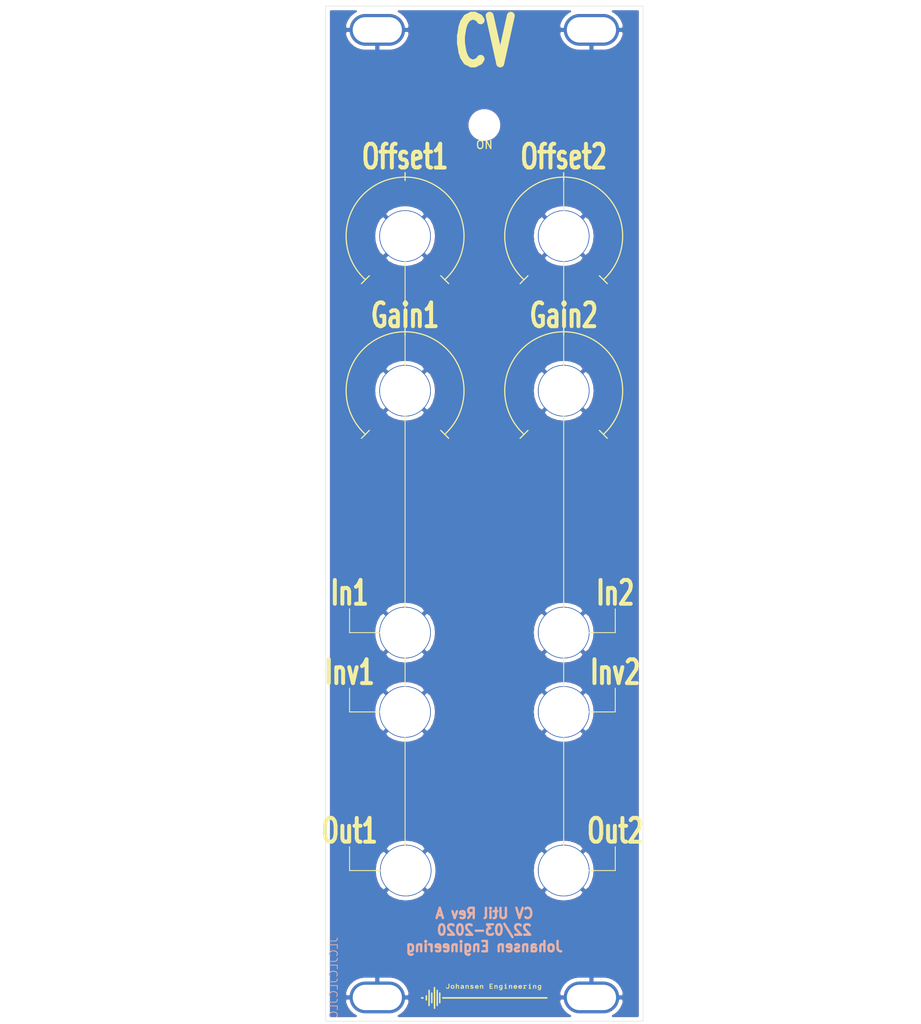
<source format=kicad_pcb>
(kicad_pcb (version 20171130) (host pcbnew "(5.1.5)-3")

  (general
    (thickness 1.6)
    (drawings 49)
    (tracks 0)
    (zones 0)
    (modules 16)
    (nets 2)
  )

  (page A4)
  (layers
    (0 F.Cu signal)
    (31 B.Cu signal)
    (32 B.Adhes user)
    (33 F.Adhes user)
    (34 B.Paste user)
    (35 F.Paste user)
    (36 B.SilkS user)
    (37 F.SilkS user)
    (38 B.Mask user)
    (39 F.Mask user)
    (40 Dwgs.User user)
    (41 Cmts.User user)
    (42 Eco1.User user)
    (43 Eco2.User user)
    (44 Edge.Cuts user)
    (45 Margin user)
    (46 B.CrtYd user)
    (47 F.CrtYd user)
    (48 B.Fab user)
    (49 F.Fab user)
  )

  (setup
    (last_trace_width 0.15)
    (trace_clearance 0.15)
    (zone_clearance 0.508)
    (zone_45_only no)
    (trace_min 0.15)
    (via_size 0.7)
    (via_drill 0.4)
    (via_min_size 0.4)
    (via_min_drill 0.3)
    (uvia_size 0.3)
    (uvia_drill 0.1)
    (uvias_allowed no)
    (uvia_min_size 0.2)
    (uvia_min_drill 0.1)
    (edge_width 0.05)
    (segment_width 0.2)
    (pcb_text_width 0.3)
    (pcb_text_size 1.5 1.5)
    (mod_edge_width 0.12)
    (mod_text_size 1 1)
    (mod_text_width 0.15)
    (pad_size 1.524 1.524)
    (pad_drill 0.762)
    (pad_to_mask_clearance 0.051)
    (solder_mask_min_width 0.25)
    (aux_axis_origin 0 0)
    (visible_elements 7FFFFFFF)
    (pcbplotparams
      (layerselection 0x010fc_ffffffff)
      (usegerberextensions false)
      (usegerberattributes true)
      (usegerberadvancedattributes false)
      (creategerberjobfile false)
      (excludeedgelayer false)
      (linewidth 0.150000)
      (plotframeref false)
      (viasonmask false)
      (mode 1)
      (useauxorigin false)
      (hpglpennumber 1)
      (hpglpenspeed 20)
      (hpglpendiameter 15.000000)
      (psnegative false)
      (psa4output false)
      (plotreference true)
      (plotvalue true)
      (plotinvisibletext false)
      (padsonsilk false)
      (subtractmaskfromsilk false)
      (outputformat 1)
      (mirror false)
      (drillshape 0)
      (scaleselection 1)
      (outputdirectory "GerberRevA"))
  )

  (net 0 "")
  (net 1 GND)

  (net_class Default "This is the default net class."
    (clearance 0.15)
    (trace_width 0.15)
    (via_dia 0.7)
    (via_drill 0.4)
    (uvia_dia 0.3)
    (uvia_drill 0.1)
  )

  (net_class Power ""
    (clearance 0.2)
    (trace_width 0.4)
    (via_dia 0.8)
    (via_drill 0.4)
    (uvia_dia 0.3)
    (uvia_drill 0.1)
    (add_net GND)
  )

  (module AJ:Pot_6m3_scale1 (layer F.Cu) (tedit 5E636F49) (tstamp 5E78A3DC)
    (at 121 84.5)
    (descr "Mounting Hole 6.5mm, no annular")
    (tags "mounting hole 6.5mm no annular")
    (path /5EEAC9DC)
    (attr virtual)
    (fp_text reference TP107 (at 0 0) (layer F.SilkS) hide
      (effects (font (size 1 1) (thickness 0.15)))
    )
    (fp_text value OFF1 (at 0 3.5) (layer F.Fab)
      (effects (font (size 1 1) (thickness 0.15)))
    )
    (fp_line (start 0 -8) (end 0 -7) (layer F.SilkS) (width 0.15))
    (fp_line (start -4.5 5) (end -5.5 6) (layer F.SilkS) (width 0.15))
    (fp_line (start 5.5 6) (end 4.5 5) (layer F.SilkS) (width 0.15))
    (fp_arc (start 0 0) (end 5 5.5) (angle -275.452622) (layer F.SilkS) (width 0.15))
    (fp_circle (center 0 0) (end 7.5 0) (layer F.CrtYd) (width 0.05))
    (fp_circle (center 0 0) (end 6.5 -0.5) (layer Cmts.User) (width 0.15))
    (fp_text user %R (at 0.3 0) (layer F.Fab)
      (effects (font (size 1 1) (thickness 0.15)))
    )
    (pad 1 thru_hole circle (at 0 0) (size 6.5 6.5) (drill 6.3) (layers *.Cu *.Mask)
      (net 1 GND))
  )

  (module AJ:Pot_6m3_scale1 (layer F.Cu) (tedit 5E636F49) (tstamp 5E783DC7)
    (at 101 84.5)
    (descr "Mounting Hole 6.5mm, no annular")
    (tags "mounting hole 6.5mm no annular")
    (path /5EEAB808)
    (attr virtual)
    (fp_text reference TP112 (at 0 0) (layer F.SilkS) hide
      (effects (font (size 1 1) (thickness 0.15)))
    )
    (fp_text value Fine (at 0 3.5) (layer F.Fab)
      (effects (font (size 1 1) (thickness 0.15)))
    )
    (fp_text user %R (at 0.3 0) (layer F.Fab)
      (effects (font (size 1 1) (thickness 0.15)))
    )
    (fp_circle (center 0 0) (end 6.5 -0.5) (layer Cmts.User) (width 0.15))
    (fp_circle (center 0 0) (end 7.5 0) (layer F.CrtYd) (width 0.05))
    (fp_arc (start 0 0) (end 5 5.5) (angle -275.452622) (layer F.SilkS) (width 0.15))
    (fp_line (start 5.5 6) (end 4.5 5) (layer F.SilkS) (width 0.15))
    (fp_line (start -4.5 5) (end -5.5 6) (layer F.SilkS) (width 0.15))
    (fp_line (start 0 -8) (end 0 -7) (layer F.SilkS) (width 0.15))
    (pad 1 thru_hole circle (at 0 0) (size 6.5 6.5) (drill 6.3) (layers *.Cu *.Mask)
      (net 1 GND))
  )

  (module AJ:Johansen_engineering_logo_20mm (layer F.Cu) (tedit 0) (tstamp 5E66940B)
    (at 111 161)
    (fp_text reference G*** (at 0 0) (layer F.SilkS) hide
      (effects (font (size 1.524 1.524) (thickness 0.3)))
    )
    (fp_text value LOGO (at 0.75 0) (layer F.SilkS) hide
      (effects (font (size 1.524 1.524) (thickness 0.3)))
    )
    (fp_poly (pts (xy 5.7912 -1.6002) (xy 5.6769 -1.6002) (xy 5.6769 -1.7272) (xy 5.7912 -1.7272)
      (xy 5.7912 -1.6002)) (layer F.SilkS) (width 0.01))
    (fp_poly (pts (xy 2.7432 -1.6002) (xy 2.6289 -1.6002) (xy 2.6289 -1.7272) (xy 2.7432 -1.7272)
      (xy 2.7432 -1.6002)) (layer F.SilkS) (width 0.01))
    (fp_poly (pts (xy 6.438114 -1.557682) (xy 6.473195 -1.540877) (xy 6.492674 -1.525074) (xy 6.53415 -1.488047)
      (xy 6.538239 -1.296474) (xy 6.542329 -1.1049) (xy 6.4389 -1.1049) (xy 6.4389 -1.269093)
      (xy 6.438314 -1.340183) (xy 6.436253 -1.390123) (xy 6.432258 -1.423146) (xy 6.42587 -1.44348)
      (xy 6.418942 -1.453243) (xy 6.385287 -1.471026) (xy 6.34556 -1.469126) (xy 6.306502 -1.449796)
      (xy 6.274851 -1.415286) (xy 6.268062 -1.402846) (xy 6.256927 -1.366194) (xy 6.250505 -1.311371)
      (xy 6.2484 -1.23495) (xy 6.2484 -1.1049) (xy 6.1468 -1.1049) (xy 6.1468 -1.5494)
      (xy 6.1976 -1.5494) (xy 6.230192 -1.547858) (xy 6.244681 -1.539719) (xy 6.24833 -1.519718)
      (xy 6.2484 -1.51257) (xy 6.2484 -1.47574) (xy 6.29158 -1.51892) (xy 6.323768 -1.546762)
      (xy 6.354315 -1.559316) (xy 6.392979 -1.5621) (xy 6.438114 -1.557682)) (layer F.SilkS) (width 0.01))
    (fp_poly (pts (xy 5.7912 -1.1938) (xy 5.842 -1.1938) (xy 5.874525 -1.192455) (xy 5.888979 -1.184146)
      (xy 5.892686 -1.162467) (xy 5.8928 -1.14935) (xy 5.8928 -1.1049) (xy 5.588 -1.1049)
      (xy 5.588 -1.14935) (xy 5.589965 -1.179142) (xy 5.601057 -1.19136) (xy 5.629066 -1.193795)
      (xy 5.63245 -1.1938) (xy 5.6769 -1.1938) (xy 5.6769 -1.4605) (xy 5.63245 -1.4605)
      (xy 5.602658 -1.462466) (xy 5.59044 -1.473558) (xy 5.588005 -1.501567) (xy 5.588 -1.50495)
      (xy 5.588 -1.5494) (xy 5.7912 -1.5494) (xy 5.7912 -1.1938)) (layer F.SilkS) (width 0.01))
    (fp_poly (pts (xy 5.333699 -1.559088) (xy 5.358516 -1.549115) (xy 5.365016 -1.529069) (xy 5.358113 -1.50037)
      (xy 5.347462 -1.474869) (xy 5.333608 -1.464519) (xy 5.307593 -1.46496) (xy 5.290351 -1.467394)
      (xy 5.229116 -1.466859) (xy 5.175228 -1.448209) (xy 5.135106 -1.414121) (xy 5.125293 -1.398632)
      (xy 5.112681 -1.358423) (xy 5.106047 -1.302265) (xy 5.1054 -1.276981) (xy 5.1054 -1.1938)
      (xy 5.1562 -1.1938) (xy 5.188725 -1.192455) (xy 5.203179 -1.184146) (xy 5.206886 -1.162467)
      (xy 5.207 -1.14935) (xy 5.207 -1.1049) (xy 4.9022 -1.1049) (xy 4.9022 -1.14935)
      (xy 4.903737 -1.17781) (xy 4.913233 -1.190458) (xy 4.93801 -1.193701) (xy 4.953 -1.1938)
      (xy 5.0038 -1.1938) (xy 5.0038 -1.4732) (xy 4.953 -1.4732) (xy 4.920426 -1.474705)
      (xy 4.905946 -1.482858) (xy 4.90228 -1.503119) (xy 4.9022 -1.5113) (xy 4.9022 -1.5494)
      (xy 5.1054 -1.5494) (xy 5.1054 -1.46711) (xy 5.138393 -1.502693) (xy 5.182463 -1.539231)
      (xy 5.233745 -1.557784) (xy 5.287201 -1.561906) (xy 5.333699 -1.559088)) (layer F.SilkS) (width 0.01))
    (fp_poly (pts (xy 3.390114 -1.557682) (xy 3.425195 -1.540877) (xy 3.444674 -1.525074) (xy 3.48615 -1.488047)
      (xy 3.490239 -1.296474) (xy 3.494329 -1.1049) (xy 3.3909 -1.1049) (xy 3.3909 -1.269093)
      (xy 3.390314 -1.340183) (xy 3.388253 -1.390123) (xy 3.384258 -1.423146) (xy 3.37787 -1.44348)
      (xy 3.370942 -1.453243) (xy 3.337287 -1.471026) (xy 3.29756 -1.469126) (xy 3.258502 -1.449796)
      (xy 3.226851 -1.415286) (xy 3.220062 -1.402846) (xy 3.208927 -1.366194) (xy 3.202505 -1.311371)
      (xy 3.2004 -1.23495) (xy 3.2004 -1.1049) (xy 3.0988 -1.1049) (xy 3.0988 -1.5494)
      (xy 3.1496 -1.5494) (xy 3.182192 -1.547858) (xy 3.196681 -1.539719) (xy 3.20033 -1.519718)
      (xy 3.2004 -1.51257) (xy 3.2004 -1.47574) (xy 3.24358 -1.51892) (xy 3.275768 -1.546762)
      (xy 3.306315 -1.559316) (xy 3.344979 -1.5621) (xy 3.390114 -1.557682)) (layer F.SilkS) (width 0.01))
    (fp_poly (pts (xy 2.7432 -1.1938) (xy 2.794 -1.1938) (xy 2.826525 -1.192455) (xy 2.840979 -1.184146)
      (xy 2.844686 -1.162467) (xy 2.8448 -1.14935) (xy 2.8448 -1.1049) (xy 2.54 -1.1049)
      (xy 2.54 -1.14935) (xy 2.541965 -1.179142) (xy 2.553057 -1.19136) (xy 2.581066 -1.193795)
      (xy 2.58445 -1.1938) (xy 2.6289 -1.1938) (xy 2.6289 -1.4605) (xy 2.58445 -1.4605)
      (xy 2.554658 -1.462466) (xy 2.54244 -1.473558) (xy 2.540005 -1.501567) (xy 2.54 -1.50495)
      (xy 2.54 -1.5494) (xy 2.7432 -1.5494) (xy 2.7432 -1.1938)) (layer F.SilkS) (width 0.01))
    (fp_poly (pts (xy 1.561314 -1.557682) (xy 1.596395 -1.540877) (xy 1.615874 -1.525074) (xy 1.65735 -1.488047)
      (xy 1.661439 -1.296474) (xy 1.665529 -1.1049) (xy 1.5621 -1.1049) (xy 1.5621 -1.269093)
      (xy 1.561514 -1.340183) (xy 1.559453 -1.390123) (xy 1.555458 -1.423146) (xy 1.54907 -1.44348)
      (xy 1.542142 -1.453243) (xy 1.508487 -1.471026) (xy 1.46876 -1.469126) (xy 1.429702 -1.449796)
      (xy 1.398051 -1.415286) (xy 1.391262 -1.402846) (xy 1.380127 -1.366194) (xy 1.373705 -1.311371)
      (xy 1.3716 -1.23495) (xy 1.3716 -1.1049) (xy 1.27 -1.1049) (xy 1.27 -1.5494)
      (xy 1.3208 -1.5494) (xy 1.353392 -1.547858) (xy 1.367881 -1.539719) (xy 1.37153 -1.519718)
      (xy 1.3716 -1.51257) (xy 1.3716 -1.47574) (xy 1.41478 -1.51892) (xy 1.446968 -1.546762)
      (xy 1.477515 -1.559316) (xy 1.516179 -1.5621) (xy 1.561314 -1.557682)) (layer F.SilkS) (width 0.01))
    (fp_poly (pts (xy 1.0541 -1.6383) (xy 0.762 -1.6383) (xy 0.762 -1.4605) (xy 0.9906 -1.4605)
      (xy 0.9906 -1.3716) (xy 0.762 -1.3716) (xy 0.762 -1.1938) (xy 1.0541 -1.1938)
      (xy 1.0541 -1.1049) (xy 0.6604 -1.1049) (xy 0.6604 -1.7272) (xy 1.0541 -1.7272)
      (xy 1.0541 -1.6383)) (layer F.SilkS) (width 0.01))
    (fp_poly (pts (xy -0.254786 -1.557682) (xy -0.219705 -1.540877) (xy -0.200226 -1.525074) (xy -0.15875 -1.488047)
      (xy -0.154661 -1.296474) (xy -0.150571 -1.1049) (xy -0.254 -1.1049) (xy -0.254 -1.269093)
      (xy -0.254586 -1.340183) (xy -0.256647 -1.390123) (xy -0.260642 -1.423146) (xy -0.26703 -1.44348)
      (xy -0.273958 -1.453243) (xy -0.307613 -1.471026) (xy -0.34734 -1.469126) (xy -0.386398 -1.449796)
      (xy -0.418049 -1.415286) (xy -0.424838 -1.402846) (xy -0.435973 -1.366194) (xy -0.442395 -1.311371)
      (xy -0.4445 -1.23495) (xy -0.4445 -1.1049) (xy -0.5461 -1.1049) (xy -0.5461 -1.5494)
      (xy -0.4953 -1.5494) (xy -0.462708 -1.547858) (xy -0.448219 -1.539719) (xy -0.44457 -1.519718)
      (xy -0.4445 -1.51257) (xy -0.4445 -1.47574) (xy -0.40132 -1.51892) (xy -0.369132 -1.546762)
      (xy -0.338585 -1.559316) (xy -0.299921 -1.5621) (xy -0.254786 -1.557682)) (layer F.SilkS) (width 0.01))
    (fp_poly (pts (xy -2.083586 -1.557682) (xy -2.048505 -1.540877) (xy -2.029026 -1.525074) (xy -1.98755 -1.488047)
      (xy -1.983461 -1.296474) (xy -1.979371 -1.1049) (xy -2.0828 -1.1049) (xy -2.0828 -1.269093)
      (xy -2.083386 -1.340183) (xy -2.085447 -1.390123) (xy -2.089442 -1.423146) (xy -2.09583 -1.44348)
      (xy -2.102758 -1.453243) (xy -2.136413 -1.471026) (xy -2.17614 -1.469126) (xy -2.215198 -1.449796)
      (xy -2.246849 -1.415286) (xy -2.253638 -1.402846) (xy -2.264773 -1.366194) (xy -2.271195 -1.311371)
      (xy -2.2733 -1.23495) (xy -2.2733 -1.1049) (xy -2.3749 -1.1049) (xy -2.3749 -1.5494)
      (xy -2.3241 -1.5494) (xy -2.291508 -1.547858) (xy -2.277019 -1.539719) (xy -2.27337 -1.519718)
      (xy -2.2733 -1.51257) (xy -2.2733 -1.47574) (xy -2.23012 -1.51892) (xy -2.197932 -1.546762)
      (xy -2.167385 -1.559316) (xy -2.128721 -1.5621) (xy -2.083586 -1.557682)) (layer F.SilkS) (width 0.01))
    (fp_poly (pts (xy -3.4925 -1.4728) (xy -3.456821 -1.512732) (xy -3.427389 -1.5394) (xy -3.393523 -1.553345)
      (xy -3.357035 -1.558824) (xy -3.316057 -1.560857) (xy -3.288191 -1.554679) (xy -3.261577 -1.536716)
      (xy -3.249839 -1.526515) (xy -3.20675 -1.488047) (xy -3.202661 -1.296474) (xy -3.198571 -1.1049)
      (xy -3.302 -1.1049) (xy -3.302 -1.269093) (xy -3.302586 -1.340183) (xy -3.304647 -1.390123)
      (xy -3.308642 -1.423146) (xy -3.31503 -1.44348) (xy -3.321958 -1.453243) (xy -3.355613 -1.471026)
      (xy -3.39534 -1.469126) (xy -3.434398 -1.449796) (xy -3.466049 -1.415286) (xy -3.472838 -1.402846)
      (xy -3.483973 -1.366194) (xy -3.490395 -1.311371) (xy -3.4925 -1.23495) (xy -3.4925 -1.1049)
      (xy -3.5941 -1.1049) (xy -3.5941 -1.7272) (xy -3.4925 -1.7272) (xy -3.4925 -1.4728)) (layer F.SilkS) (width 0.01))
    (fp_poly (pts (xy 4.580413 -1.554213) (xy 4.642081 -1.529509) (xy 4.682518 -1.496889) (xy 4.717361 -1.444956)
      (xy 4.744231 -1.376519) (xy 4.755115 -1.330325) (xy 4.76365 -1.2827) (xy 4.382044 -1.2827)
      (xy 4.396231 -1.251563) (xy 4.422015 -1.220722) (xy 4.463617 -1.196033) (xy 4.51148 -1.182529)
      (xy 4.529469 -1.181379) (xy 4.563706 -1.186876) (xy 4.605711 -1.200296) (xy 4.619304 -1.206015)
      (xy 4.672959 -1.230372) (xy 4.698501 -1.197899) (xy 4.724044 -1.165427) (xy 4.692542 -1.140647)
      (xy 4.634692 -1.109715) (xy 4.564466 -1.094349) (xy 4.490081 -1.095244) (xy 4.419751 -1.113091)
      (xy 4.410914 -1.116882) (xy 4.354086 -1.155589) (xy 4.313056 -1.209757) (xy 4.288965 -1.274104)
      (xy 4.282956 -1.343346) (xy 4.292211 -1.391565) (xy 4.393971 -1.391565) (xy 4.404865 -1.380108)
      (xy 4.436586 -1.373964) (xy 4.491057 -1.371724) (xy 4.51485 -1.3716) (xy 4.574137 -1.372497)
      (xy 4.611624 -1.375518) (xy 4.630856 -1.381158) (xy 4.6355 -1.388437) (xy 4.626899 -1.407855)
      (xy 4.605878 -1.433023) (xy 4.602726 -1.436062) (xy 4.568051 -1.458882) (xy 4.523684 -1.466715)
      (xy 4.51485 -1.46685) (xy 4.467831 -1.461049) (xy 4.432384 -1.440917) (xy 4.426973 -1.436062)
      (xy 4.401981 -1.409746) (xy 4.393971 -1.391565) (xy 4.292211 -1.391565) (xy 4.296172 -1.4122)
      (xy 4.329753 -1.475383) (xy 4.332623 -1.479111) (xy 4.382212 -1.523338) (xy 4.444216 -1.550809)
      (xy 4.51237 -1.561206) (xy 4.580413 -1.554213)) (layer F.SilkS) (width 0.01))
    (fp_poly (pts (xy 3.970813 -1.554213) (xy 4.032481 -1.529509) (xy 4.072918 -1.496889) (xy 4.107761 -1.444956)
      (xy 4.134631 -1.376519) (xy 4.145515 -1.330325) (xy 4.15405 -1.2827) (xy 3.772444 -1.2827)
      (xy 3.786631 -1.251563) (xy 3.812415 -1.220722) (xy 3.854017 -1.196033) (xy 3.90188 -1.182529)
      (xy 3.919869 -1.181379) (xy 3.954106 -1.186876) (xy 3.996111 -1.200296) (xy 4.009704 -1.206015)
      (xy 4.063359 -1.230372) (xy 4.088901 -1.197899) (xy 4.114444 -1.165427) (xy 4.082942 -1.140647)
      (xy 4.025092 -1.109715) (xy 3.954866 -1.094349) (xy 3.880481 -1.095244) (xy 3.810151 -1.113091)
      (xy 3.801314 -1.116882) (xy 3.744486 -1.155589) (xy 3.703456 -1.209757) (xy 3.679365 -1.274104)
      (xy 3.673356 -1.343346) (xy 3.682611 -1.391565) (xy 3.784371 -1.391565) (xy 3.795265 -1.380108)
      (xy 3.826986 -1.373964) (xy 3.881457 -1.371724) (xy 3.90525 -1.3716) (xy 3.964537 -1.372497)
      (xy 4.002024 -1.375518) (xy 4.021256 -1.381158) (xy 4.0259 -1.388437) (xy 4.017299 -1.407855)
      (xy 3.996278 -1.433023) (xy 3.993126 -1.436062) (xy 3.958451 -1.458882) (xy 3.914084 -1.466715)
      (xy 3.90525 -1.46685) (xy 3.858231 -1.461049) (xy 3.822784 -1.440917) (xy 3.817373 -1.436062)
      (xy 3.792381 -1.409746) (xy 3.784371 -1.391565) (xy 3.682611 -1.391565) (xy 3.686572 -1.4122)
      (xy 3.720153 -1.475383) (xy 3.723023 -1.479111) (xy 3.772612 -1.523338) (xy 3.834616 -1.550809)
      (xy 3.90277 -1.561206) (xy 3.970813 -1.554213)) (layer F.SilkS) (width 0.01))
    (fp_poly (pts (xy -0.893287 -1.554213) (xy -0.831619 -1.529509) (xy -0.791182 -1.496889) (xy -0.756339 -1.444956)
      (xy -0.729469 -1.376519) (xy -0.718585 -1.330325) (xy -0.71005 -1.2827) (xy -1.091656 -1.2827)
      (xy -1.077469 -1.251563) (xy -1.051685 -1.220722) (xy -1.010083 -1.196033) (xy -0.96222 -1.182529)
      (xy -0.944231 -1.181379) (xy -0.909994 -1.186876) (xy -0.867989 -1.200296) (xy -0.854396 -1.206015)
      (xy -0.800741 -1.230372) (xy -0.775199 -1.197899) (xy -0.749656 -1.165427) (xy -0.781158 -1.140647)
      (xy -0.839008 -1.109715) (xy -0.909234 -1.094349) (xy -0.983619 -1.095244) (xy -1.053949 -1.113091)
      (xy -1.062786 -1.116882) (xy -1.119614 -1.155589) (xy -1.160644 -1.209757) (xy -1.184735 -1.274104)
      (xy -1.190744 -1.343346) (xy -1.181489 -1.391565) (xy -1.079729 -1.391565) (xy -1.068835 -1.380108)
      (xy -1.037114 -1.373964) (xy -0.982643 -1.371724) (xy -0.95885 -1.3716) (xy -0.899563 -1.372497)
      (xy -0.862076 -1.375518) (xy -0.842844 -1.381158) (xy -0.8382 -1.388437) (xy -0.846801 -1.407855)
      (xy -0.867822 -1.433023) (xy -0.870974 -1.436062) (xy -0.905649 -1.458882) (xy -0.950016 -1.466715)
      (xy -0.95885 -1.46685) (xy -1.005869 -1.461049) (xy -1.041316 -1.440917) (xy -1.046727 -1.436062)
      (xy -1.071719 -1.409746) (xy -1.079729 -1.391565) (xy -1.181489 -1.391565) (xy -1.177528 -1.4122)
      (xy -1.143947 -1.475383) (xy -1.141077 -1.479111) (xy -1.091488 -1.523338) (xy -1.029484 -1.550809)
      (xy -0.96133 -1.561206) (xy -0.893287 -1.554213)) (layer F.SilkS) (width 0.01))
    (fp_poly (pts (xy -1.499368 -1.555614) (xy -1.44416 -1.541972) (xy -1.404078 -1.521893) (xy -1.399511 -1.518039)
      (xy -1.390917 -1.496999) (xy -1.395732 -1.471018) (xy -1.409704 -1.449342) (xy -1.428581 -1.441216)
      (xy -1.434188 -1.442638) (xy -1.484964 -1.458797) (xy -1.539754 -1.46749) (xy -1.592266 -1.468788)
      (xy -1.63621 -1.462765) (xy -1.665296 -1.449493) (xy -1.672404 -1.439896) (xy -1.674927 -1.423045)
      (xy -1.66548 -1.409718) (xy -1.640613 -1.398217) (xy -1.59688 -1.386848) (xy -1.542769 -1.376106)
      (xy -1.466464 -1.358051) (xy -1.412706 -1.335324) (xy -1.378777 -1.305842) (xy -1.361955 -1.267522)
      (xy -1.3589 -1.235272) (xy -1.370255 -1.184513) (xy -1.401971 -1.143588) (xy -1.450525 -1.113685)
      (xy -1.512393 -1.095996) (xy -1.584053 -1.091711) (xy -1.661981 -1.102018) (xy -1.711575 -1.116148)
      (xy -1.74983 -1.130218) (xy -1.777502 -1.14198) (xy -1.78631 -1.147076) (xy -1.787249 -1.162875)
      (xy -1.779123 -1.190996) (xy -1.777766 -1.194366) (xy -1.768832 -1.214471) (xy -1.75898 -1.22493)
      (xy -1.742547 -1.226014) (xy -1.713871 -1.217993) (xy -1.667288 -1.201137) (xy -1.6637 -1.199814)
      (xy -1.589338 -1.184145) (xy -1.545478 -1.18448) (xy -1.493214 -1.194302) (xy -1.464901 -1.209938)
      (xy -1.460543 -1.228742) (xy -1.480141 -1.248068) (xy -1.523697 -1.26527) (xy -1.545407 -1.270468)
      (xy -1.615533 -1.28559) (xy -1.665449 -1.298066) (xy -1.699967 -1.309613) (xy -1.723902 -1.321947)
      (xy -1.742064 -1.336782) (xy -1.747663 -1.342575) (xy -1.773593 -1.386491) (xy -1.777138 -1.43379)
      (xy -1.760004 -1.479802) (xy -1.723896 -1.519859) (xy -1.672399 -1.548593) (xy -1.621821 -1.559858)
      (xy -1.561366 -1.561887) (xy -1.499368 -1.555614)) (layer F.SilkS) (width 0.01))
    (fp_poly (pts (xy -2.68974 -1.543542) (xy -2.636031 -1.510856) (xy -2.618333 -1.492077) (xy -2.607265 -1.476043)
      (xy -2.599623 -1.45777) (xy -2.594782 -1.432463) (xy -2.592116 -1.395325) (xy -2.590999 -1.34156)
      (xy -2.5908 -1.280988) (xy -2.5908 -1.1049) (xy -2.6416 -1.1049) (xy -2.674784 -1.106998)
      (xy -2.689463 -1.115559) (xy -2.6924 -1.130681) (xy -2.693572 -1.146689) (xy -2.701127 -1.14832)
      (xy -2.721121 -1.135198) (xy -2.730465 -1.128319) (xy -2.776756 -1.105976) (xy -2.841775 -1.094886)
      (xy -2.844526 -1.094679) (xy -2.887907 -1.092528) (xy -2.915796 -1.096061) (xy -2.937974 -1.108454)
      (xy -2.964225 -1.132885) (xy -2.965211 -1.133871) (xy -2.994457 -1.167957) (xy -3.00754 -1.199444)
      (xy -3.0099 -1.228236) (xy -3.00627 -1.245312) (xy -2.906332 -1.245312) (xy -2.900867 -1.211646)
      (xy -2.875275 -1.190621) (xy -2.832426 -1.1841) (xy -2.81415 -1.185553) (xy -2.772017 -1.196275)
      (xy -2.734934 -1.214011) (xy -2.7316 -1.216351) (xy -2.70682 -1.244116) (xy -2.694732 -1.274431)
      (xy -2.693942 -1.294603) (xy -2.702043 -1.3044) (xy -2.725232 -1.307396) (xy -2.751882 -1.307384)
      (xy -2.819582 -1.301495) (xy -2.869617 -1.286312) (xy -2.899343 -1.262896) (xy -2.906332 -1.245312)
      (xy -3.00627 -1.245312) (xy -2.998431 -1.282175) (xy -2.964622 -1.32525) (xy -2.90937 -1.356852)
      (xy -2.833573 -1.37637) (xy -2.783817 -1.381711) (xy -2.736121 -1.385415) (xy -2.708713 -1.390045)
      (xy -2.696495 -1.397462) (xy -2.694371 -1.409525) (xy -2.694917 -1.414164) (xy -2.708173 -1.439067)
      (xy -2.732872 -1.459691) (xy -2.762864 -1.469361) (xy -2.804089 -1.469332) (xy -2.860594 -1.459217)
      (xy -2.928101 -1.441102) (xy -2.950633 -1.44152) (xy -2.967253 -1.462151) (xy -2.969537 -1.466955)
      (xy -2.978968 -1.493475) (xy -2.975184 -1.511471) (xy -2.954407 -1.525894) (xy -2.912857 -1.541697)
      (xy -2.912373 -1.541862) (xy -2.832843 -1.55988) (xy -2.756988 -1.560162) (xy -2.68974 -1.543542)) (layer F.SilkS) (width 0.01))
    (fp_poly (pts (xy -3.928234 -1.550875) (xy -3.863526 -1.518974) (xy -3.814138 -1.469054) (xy -3.782715 -1.403778)
      (xy -3.7719 -1.32715) (xy -3.783004 -1.249054) (xy -3.814658 -1.18411) (xy -3.864381 -1.134769)
      (xy -3.929689 -1.103479) (xy -4.008099 -1.092689) (xy -4.009618 -1.092698) (xy -4.055423 -1.096661)
      (xy -4.09736 -1.105996) (xy -4.10845 -1.110128) (xy -4.165573 -1.148536) (xy -4.207684 -1.203233)
      (xy -4.232914 -1.268775) (xy -4.238451 -1.329387) (xy -4.136311 -1.329387) (xy -4.129113 -1.278667)
      (xy -4.106582 -1.234684) (xy -4.070822 -1.202228) (xy -4.02394 -1.186087) (xy -3.988483 -1.186617)
      (xy -3.948482 -1.200439) (xy -3.912853 -1.224881) (xy -3.912283 -1.225445) (xy -3.892332 -1.250305)
      (xy -3.882596 -1.279342) (xy -3.879863 -1.322628) (xy -3.87985 -1.32715) (xy -3.882004 -1.371443)
      (xy -3.890817 -1.400991) (xy -3.909814 -1.426258) (xy -3.915064 -1.431637) (xy -3.945405 -1.45555)
      (xy -3.979953 -1.465539) (xy -4.008239 -1.46685) (xy -4.049347 -1.4636) (xy -4.077077 -1.450797)
      (xy -4.096284 -1.431875) (xy -4.12607 -1.382053) (xy -4.136311 -1.329387) (xy -4.238451 -1.329387)
      (xy -4.239395 -1.339717) (xy -4.225258 -1.410612) (xy -4.217797 -1.42875) (xy -4.177045 -1.493267)
      (xy -4.123606 -1.536131) (xy -4.055939 -1.558311) (xy -4.005616 -1.5621) (xy -3.928234 -1.550875)) (layer F.SilkS) (width 0.01))
    (fp_poly (pts (xy -4.4196 -1.488591) (xy -4.419793 -1.404055) (xy -4.420646 -1.340647) (xy -4.422573 -1.2941)
      (xy -4.425987 -1.260145) (xy -4.4313 -1.234512) (xy -4.438927 -1.212932) (xy -4.448175 -1.193316)
      (xy -4.485253 -1.140853) (xy -4.5212 -1.114445) (xy -4.57366 -1.098358) (xy -4.635735 -1.093623)
      (xy -4.694048 -1.100801) (xy -4.711694 -1.106468) (xy -4.760888 -1.136785) (xy -4.804109 -1.182386)
      (xy -4.820857 -1.209045) (xy -4.835563 -1.242359) (xy -4.834023 -1.262346) (xy -4.814179 -1.276747)
      (xy -4.801367 -1.282383) (xy -4.764497 -1.29121) (xy -4.742418 -1.282211) (xy -4.7371 -1.26403)
      (xy -4.726769 -1.242315) (xy -4.701312 -1.217181) (xy -4.669037 -1.195013) (xy -4.63825 -1.182196)
      (xy -4.629215 -1.1811) (xy -4.595624 -1.183479) (xy -4.569712 -1.192506) (xy -4.550511 -1.211022)
      (xy -4.537054 -1.241866) (xy -4.528372 -1.287878) (xy -4.523497 -1.351896) (xy -4.521461 -1.436762)
      (xy -4.5212 -1.49797) (xy -4.5212 -1.7272) (xy -4.4196 -1.7272) (xy -4.4196 -1.488591)) (layer F.SilkS) (width 0.01))
    (fp_poly (pts (xy 6.982474 -1.554547) (xy 7.01103 -1.542724) (xy 7.036696 -1.532792) (xy 7.048357 -1.535238)
      (xy 7.0485 -1.536374) (xy 7.059765 -1.544531) (xy 7.08791 -1.549068) (xy 7.0993 -1.5494)
      (xy 7.1501 -1.5494) (xy 7.1501 -1.297279) (xy 7.149965 -1.210807) (xy 7.149309 -1.145845)
      (xy 7.147751 -1.098503) (xy 7.144912 -1.064891) (xy 7.140412 -1.041121) (xy 7.133872 -1.023301)
      (xy 7.12491 -1.007543) (xy 7.121271 -1.002004) (xy 7.075865 -0.955806) (xy 7.015238 -0.92617)
      (xy 6.944389 -0.914287) (xy 6.868316 -0.921344) (xy 6.829304 -0.932553) (xy 6.783678 -0.95258)
      (xy 6.753552 -0.973524) (xy 6.7437 -0.990749) (xy 6.750936 -1.006855) (xy 6.765955 -1.027971)
      (xy 6.78821 -1.055454) (xy 6.85027 -1.028002) (xy 6.911509 -1.009375) (xy 6.965737 -1.008729)
      (xy 7.009169 -1.024672) (xy 7.038018 -1.055813) (xy 7.048499 -1.100762) (xy 7.0485 -1.100845)
      (xy 7.0485 -1.143653) (xy 7.01103 -1.124277) (xy 6.950461 -1.105468) (xy 6.890993 -1.109244)
      (xy 6.836141 -1.132901) (xy 6.78942 -1.173738) (xy 6.754344 -1.229054) (xy 6.734428 -1.296147)
      (xy 6.731306 -1.338056) (xy 6.833295 -1.338056) (xy 6.839837 -1.286997) (xy 6.862551 -1.241659)
      (xy 6.897497 -1.210892) (xy 6.935645 -1.199991) (xy 6.981196 -1.201232) (xy 7.020959 -1.213701)
      (xy 7.030583 -1.220141) (xy 7.040135 -1.240666) (xy 7.04631 -1.278318) (xy 7.049036 -1.325146)
      (xy 7.048245 -1.373197) (xy 7.043867 -1.41452) (xy 7.035831 -1.441162) (xy 7.032553 -1.445224)
      (xy 6.991884 -1.464636) (xy 6.942672 -1.468399) (xy 6.907954 -1.46015) (xy 6.867628 -1.431174)
      (xy 6.84265 -1.388296) (xy 6.833295 -1.338056) (xy 6.731306 -1.338056) (xy 6.731208 -1.339366)
      (xy 6.741573 -1.409478) (xy 6.769635 -1.469592) (xy 6.811576 -1.516931) (xy 6.863576 -1.548721)
      (xy 6.921815 -1.562184) (xy 6.982474 -1.554547)) (layer F.SilkS) (width 0.01))
    (fp_poly (pts (xy 2.105674 -1.554547) (xy 2.13423 -1.542724) (xy 2.159896 -1.532792) (xy 2.171557 -1.535238)
      (xy 2.1717 -1.536374) (xy 2.182965 -1.544531) (xy 2.21111 -1.549068) (xy 2.2225 -1.5494)
      (xy 2.2733 -1.5494) (xy 2.2733 -1.297279) (xy 2.273165 -1.210807) (xy 2.272509 -1.145845)
      (xy 2.270951 -1.098503) (xy 2.268112 -1.064891) (xy 2.263612 -1.041121) (xy 2.257072 -1.023301)
      (xy 2.24811 -1.007543) (xy 2.244471 -1.002004) (xy 2.199065 -0.955806) (xy 2.138438 -0.92617)
      (xy 2.067589 -0.914287) (xy 1.991516 -0.921344) (xy 1.952504 -0.932553) (xy 1.906878 -0.95258)
      (xy 1.876752 -0.973524) (xy 1.8669 -0.990749) (xy 1.874136 -1.006855) (xy 1.889155 -1.027971)
      (xy 1.91141 -1.055454) (xy 1.97347 -1.028002) (xy 2.034709 -1.009375) (xy 2.088937 -1.008729)
      (xy 2.132369 -1.024672) (xy 2.161218 -1.055813) (xy 2.171699 -1.100762) (xy 2.1717 -1.100845)
      (xy 2.1717 -1.143653) (xy 2.13423 -1.124277) (xy 2.073661 -1.105468) (xy 2.014193 -1.109244)
      (xy 1.959341 -1.132901) (xy 1.91262 -1.173738) (xy 1.877544 -1.229054) (xy 1.857628 -1.296147)
      (xy 1.854506 -1.338056) (xy 1.956495 -1.338056) (xy 1.963037 -1.286997) (xy 1.985751 -1.241659)
      (xy 2.020697 -1.210892) (xy 2.058845 -1.199991) (xy 2.104396 -1.201232) (xy 2.144159 -1.213701)
      (xy 2.153783 -1.220141) (xy 2.163335 -1.240666) (xy 2.16951 -1.278318) (xy 2.172236 -1.325146)
      (xy 2.171445 -1.373197) (xy 2.167067 -1.41452) (xy 2.159031 -1.441162) (xy 2.155753 -1.445224)
      (xy 2.115084 -1.464636) (xy 2.065872 -1.468399) (xy 2.031154 -1.46015) (xy 1.990828 -1.431174)
      (xy 1.96585 -1.388296) (xy 1.956495 -1.338056) (xy 1.854506 -1.338056) (xy 1.854408 -1.339366)
      (xy 1.864773 -1.409478) (xy 1.892835 -1.469592) (xy 1.934776 -1.516931) (xy 1.986776 -1.548721)
      (xy 2.045015 -1.562184) (xy 2.105674 -1.554547)) (layer F.SilkS) (width 0.01))
    (fp_poly (pts (xy 7.935286 -0.008707) (xy 7.958647 0.032187) (xy 7.960396 0.076811) (xy 7.940639 0.117299)
      (xy 7.933506 0.124786) (xy 7.904112 0.1524) (xy -5.281357 0.1524) (xy -5.307679 0.118937)
      (xy -5.326231 0.087072) (xy -5.334 0.057272) (xy -5.334 0.05715) (xy -5.326306 0.027404)
      (xy -5.307793 -0.004493) (xy -5.307679 -0.004638) (xy -5.281357 -0.0381) (xy 1.313157 -0.038101)
      (xy 7.907672 -0.038101) (xy 7.935286 -0.008707)) (layer F.SilkS) (width 0.01))
    (fp_poly (pts (xy -7.755957 -0.035608) (xy -7.707899 -0.026809) (xy -7.677895 -0.009719) (xy -7.662458 0.017645)
      (xy -7.6581 0.05715) (xy -7.662393 0.096532) (xy -7.677601 0.12378) (xy -7.707219 0.140862)
      (xy -7.754743 0.149745) (xy -7.823668 0.152395) (xy -7.827337 0.1524) (xy -7.884092 0.151825)
      (xy -7.921508 0.14929) (xy -7.945635 0.143576) (xy -7.962524 0.133466) (xy -7.973387 0.123006)
      (xy -7.996748 0.082112) (xy -7.998497 0.037488) (xy -7.97874 -0.003) (xy -7.971607 -0.010487)
      (xy -7.954426 -0.02382) (xy -7.933381 -0.032063) (xy -7.902262 -0.036388) (xy -7.854859 -0.03797)
      (xy -7.825557 -0.0381) (xy -7.755957 -0.035608)) (layer F.SilkS) (width 0.01))
    (fp_poly (pts (xy -7.295443 -0.286946) (xy -7.262632 -0.267843) (xy -7.253059 -0.259484) (xy -7.24573 -0.249697)
      (xy -7.240293 -0.235174) (xy -7.236395 -0.212609) (xy -7.233683 -0.178693) (xy -7.231806 -0.130118)
      (xy -7.230411 -0.063577) (xy -7.229146 0.024238) (xy -7.228812 0.049571) (xy -7.224974 0.342728)
      (xy -7.25681 0.374564) (xy -7.296565 0.401023) (xy -7.336473 0.402725) (xy -7.37396 0.379617)
      (xy -7.376487 0.377006) (xy -7.385325 0.366635) (xy -7.392044 0.354549) (xy -7.396935 0.337371)
      (xy -7.400286 0.311724) (xy -7.402389 0.274232) (xy -7.403532 0.22152) (xy -7.404006 0.15021)
      (xy -7.4041 0.056927) (xy -7.4041 0.05537) (xy -7.404035 -0.038071) (xy -7.403633 -0.109461)
      (xy -7.402587 -0.162154) (xy -7.400588 -0.199497) (xy -7.39733 -0.224844) (xy -7.392503 -0.241543)
      (xy -7.3858 -0.252945) (xy -7.376914 -0.262402) (xy -7.374707 -0.264487) (xy -7.33553 -0.288391)
      (xy -7.295443 -0.286946)) (layer F.SilkS) (width 0.01))
    (fp_poly (pts (xy -5.56964 -0.615852) (xy -5.5626 -0.6096) (xy -5.556882 -0.603181) (xy -5.552093 -0.59491)
      (xy -5.548151 -0.582635) (xy -5.544974 -0.564205) (xy -5.542478 -0.537468) (xy -5.540583 -0.500272)
      (xy -5.539205 -0.450467) (xy -5.538263 -0.3859) (xy -5.537674 -0.304421) (xy -5.537355 -0.203876)
      (xy -5.537225 -0.082116) (xy -5.5372 0.054324) (xy -5.537278 0.200224) (xy -5.537554 0.322823)
      (xy -5.538088 0.424218) (xy -5.538945 0.506508) (xy -5.540185 0.571791) (xy -5.541871 0.622165)
      (xy -5.544066 0.659728) (xy -5.546831 0.686578) (xy -5.550229 0.704814) (xy -5.554322 0.716533)
      (xy -5.556971 0.721074) (xy -5.586738 0.743781) (xy -5.626267 0.749686) (xy -5.666243 0.738757)
      (xy -5.689106 0.721505) (xy -5.694942 0.714613) (xy -5.699829 0.706105) (xy -5.70385 0.693817)
      (xy -5.70709 0.675586) (xy -5.709633 0.649248) (xy -5.711563 0.612641) (xy -5.712965 0.563601)
      (xy -5.713923 0.499964) (xy -5.714521 0.419567) (xy -5.714844 0.320246) (xy -5.714975 0.199839)
      (xy -5.715 0.05715) (xy -5.714975 -0.086357) (xy -5.714842 -0.206626) (xy -5.714518 -0.305822)
      (xy -5.713918 -0.386109) (xy -5.712957 -0.449648) (xy -5.711553 -0.498605) (xy -5.709619 -0.535142)
      (xy -5.707072 -0.561423) (xy -5.703828 -0.57961) (xy -5.699801 -0.591868) (xy -5.694909 -0.600359)
      (xy -5.689106 -0.607206) (xy -5.652262 -0.630057) (xy -5.609207 -0.633) (xy -5.56964 -0.615852)) (layer F.SilkS) (width 0.01))
    (fp_poly (pts (xy -6.585847 -0.626634) (xy -6.583677 -0.625281) (xy -6.574101 -0.617732) (xy -6.566052 -0.60754)
      (xy -6.559397 -0.592592) (xy -6.554006 -0.570773) (xy -6.549745 -0.539971) (xy -6.546483 -0.498069)
      (xy -6.544089 -0.442956) (xy -6.542429 -0.372516) (xy -6.541372 -0.284636) (xy -6.540787 -0.177201)
      (xy -6.540542 -0.048098) (xy -6.5405 0.06662) (xy -6.540527 0.208969) (xy -6.540663 0.3281)
      (xy -6.540995 0.426193) (xy -6.54161 0.505429) (xy -6.542594 0.567989) (xy -6.544032 0.616055)
      (xy -6.546012 0.651807) (xy -6.548619 0.677427) (xy -6.55194 0.695095) (xy -6.556061 0.706993)
      (xy -6.561067 0.715301) (xy -6.566395 0.721505) (xy -6.601291 0.744001) (xy -6.642129 0.749644)
      (xy -6.679597 0.738462) (xy -6.69853 0.721074) (xy -6.703044 0.712113) (xy -6.706828 0.697824)
      (xy -6.709944 0.676107) (xy -6.712454 0.644866) (xy -6.71442 0.602001) (xy -6.715906 0.545415)
      (xy -6.716972 0.473009) (xy -6.717681 0.382686) (xy -6.718095 0.272347) (xy -6.718277 0.139893)
      (xy -6.7183 0.054324) (xy -6.718273 -0.089453) (xy -6.718134 -0.209982) (xy -6.717803 -0.309414)
      (xy -6.717196 -0.3899) (xy -6.716232 -0.453593) (xy -6.714827 -0.502643) (xy -6.712901 -0.539203)
      (xy -6.71037 -0.565423) (xy -6.707152 -0.583456) (xy -6.703165 -0.595453) (xy -6.698327 -0.603566)
      (xy -6.6929 -0.6096) (xy -6.660323 -0.628507) (xy -6.620356 -0.6348) (xy -6.585847 -0.626634)) (layer F.SilkS) (width 0.01))
    (fp_poly (pts (xy -5.899947 -0.971912) (xy -5.878121 -0.95321) (xy -5.873799 -0.946928) (xy -5.870042 -0.938349)
      (xy -5.866812 -0.925761) (xy -5.864069 -0.907451) (xy -5.861773 -0.881706) (xy -5.859885 -0.846813)
      (xy -5.858365 -0.801061) (xy -5.857174 -0.742736) (xy -5.856271 -0.670125) (xy -5.855618 -0.581517)
      (xy -5.855174 -0.475198) (xy -5.854901 -0.349456) (xy -5.854758 -0.202578) (xy -5.854705 -0.032851)
      (xy -5.8547 0.059134) (xy -5.8547 1.042554) (xy -5.885873 1.073727) (xy -5.923826 1.099826)
      (xy -5.961067 1.100608) (xy -5.998937 1.076073) (xy -6.001328 1.073727) (xy -6.0325 1.042554)
      (xy -6.0325 0.059134) (xy -6.032478 -0.122409) (xy -6.032384 -0.280264) (xy -6.032179 -0.416144)
      (xy -6.031824 -0.531762) (xy -6.031278 -0.628831) (xy -6.030503 -0.709063) (xy -6.029458 -0.774171)
      (xy -6.028104 -0.825867) (xy -6.026401 -0.865865) (xy -6.02431 -0.895876) (xy -6.021791 -0.917614)
      (xy -6.018805 -0.932791) (xy -6.015311 -0.94312) (xy -6.01127 -0.950313) (xy -6.00908 -0.95321)
      (xy -5.974516 -0.977539) (xy -5.9436 -0.982134) (xy -5.899947 -0.971912)) (layer F.SilkS) (width 0.01))
    (fp_poly (pts (xy -6.943716 -0.976165) (xy -6.910397 -0.956449) (xy -6.891538 -0.924434) (xy -6.890291 -0.907327)
      (xy -6.8891 -0.866846) (xy -6.887983 -0.805015) (xy -6.886956 -0.72386) (xy -6.886034 -0.625406)
      (xy -6.885235 -0.511678) (xy -6.884573 -0.384701) (xy -6.884066 -0.246501) (xy -6.883729 -0.099103)
      (xy -6.883579 0.055468) (xy -6.883574 0.073602) (xy -6.8834 1.042554) (xy -6.914573 1.073727)
      (xy -6.951065 1.099588) (xy -6.987314 1.10115) (xy -7.027709 1.078601) (xy -7.027738 1.078578)
      (xy -7.0612 1.052256) (xy -7.0612 0.068093) (xy -7.061042 -0.14119) (xy -7.060563 -0.325406)
      (xy -7.05976 -0.484888) (xy -7.058628 -0.619967) (xy -7.057162 -0.730975) (xy -7.055359 -0.818245)
      (xy -7.053213 -0.882107) (xy -7.050721 -0.922893) (xy -7.047878 -0.940936) (xy -7.047728 -0.941243)
      (xy -7.020356 -0.969421) (xy -6.983027 -0.980776) (xy -6.943716 -0.976165)) (layer F.SilkS) (width 0.01))
    (fp_poly (pts (xy -6.229168 -1.306216) (xy -6.223922 -1.300038) (xy -6.219713 -1.294412) (xy -6.215978 -1.287885)
      (xy -6.21269 -1.278987) (xy -6.209819 -1.266249) (xy -6.207337 -1.248201) (xy -6.205217 -1.223373)
      (xy -6.203429 -1.190297) (xy -6.201946 -1.147503) (xy -6.200738 -1.093522) (xy -6.199778 -1.026883)
      (xy -6.199037 -0.946118) (xy -6.198486 -0.849757) (xy -6.198098 -0.736331) (xy -6.197844 -0.60437)
      (xy -6.197696 -0.452404) (xy -6.197625 -0.278965) (xy -6.197602 -0.082583) (xy -6.1976 0.062998)
      (xy -6.1976 1.392572) (xy -6.226994 1.420186) (xy -6.267058 1.443429) (xy -6.309329 1.444227)
      (xy -6.347001 1.42259) (xy -6.349506 1.420005) (xy -6.353639 1.415243) (xy -6.357307 1.409375)
      (xy -6.360537 1.400941) (xy -6.363359 1.388481) (xy -6.365798 1.370535) (xy -6.367884 1.345641)
      (xy -6.369643 1.312341) (xy -6.371104 1.269174) (xy -6.372295 1.21468) (xy -6.373242 1.147399)
      (xy -6.373974 1.06587) (xy -6.374518 0.968633) (xy -6.374903 0.854228) (xy -6.375156 0.721196)
      (xy -6.375304 0.568075) (xy -6.375376 0.393405) (xy -6.375399 0.195727) (xy -6.3754 0.056969)
      (xy -6.375401 -1.278273) (xy -6.346007 -1.305887) (xy -6.305943 -1.32977) (xy -6.265381 -1.329802)
      (xy -6.229168 -1.306216)) (layer F.SilkS) (width 0.01))
  )

  (module AJ:Jack_6m3 (layer F.Cu) (tedit 5E636D1F) (tstamp 5E63B2C9)
    (at 121 125)
    (descr "Mounting Hole 6.5mm, no annular")
    (tags "mounting hole 6.5mm no annular")
    (path /5EEAA042)
    (attr virtual)
    (fp_text reference TP103 (at 0 0) (layer F.SilkS) hide
      (effects (font (size 1 1) (thickness 0.15)))
    )
    (fp_text value In1 (at 0 0) (layer F.Fab)
      (effects (font (size 1 1) (thickness 0.15)))
    )
    (fp_circle (center 0 0) (end 5 0) (layer F.CrtYd) (width 0.05))
    (fp_circle (center 0 0) (end 4.5 0) (layer Cmts.User) (width 0.15))
    (fp_text user %R (at 0.3 0) (layer F.Fab)
      (effects (font (size 1 1) (thickness 0.15)))
    )
    (pad 1 thru_hole circle (at 0 0) (size 6.5 6.5) (drill 6.3) (layers *.Cu *.Mask)
      (net 1 GND))
  )

  (module AJ:Jack_6m3 (layer F.Cu) (tedit 5E636D1F) (tstamp 5E63B2D9)
    (at 121 145)
    (descr "Mounting Hole 6.5mm, no annular")
    (tags "mounting hole 6.5mm no annular")
    (path /5EEA942D)
    (attr virtual)
    (fp_text reference TP105 (at 0 0) (layer F.SilkS) hide
      (effects (font (size 1 1) (thickness 0.15)))
    )
    (fp_text value In3 (at 0 0) (layer F.Fab)
      (effects (font (size 1 1) (thickness 0.15)))
    )
    (fp_circle (center 0 0) (end 5 0) (layer F.CrtYd) (width 0.05))
    (fp_circle (center 0 0) (end 4.5 0) (layer Cmts.User) (width 0.15))
    (fp_text user %R (at 0.3 0) (layer F.Fab)
      (effects (font (size 1 1) (thickness 0.15)))
    )
    (pad 1 thru_hole circle (at 0 0) (size 6.5 6.5) (drill 6.3) (layers *.Cu *.Mask)
      (net 1 GND))
  )

  (module AJ:Jack_6m3 (layer F.Cu) (tedit 5E636D1F) (tstamp 5E63B2E9)
    (at 101.075001 145)
    (descr "Mounting Hole 6.5mm, no annular")
    (tags "mounting hole 6.5mm no annular")
    (path /5EEA8E6B)
    (attr virtual)
    (fp_text reference TP106 (at 0 0) (layer F.SilkS) hide
      (effects (font (size 1 1) (thickness 0.15)))
    )
    (fp_text value HS (at 0 0) (layer F.Fab)
      (effects (font (size 1 1) (thickness 0.15)))
    )
    (fp_circle (center 0 0) (end 5 0) (layer F.CrtYd) (width 0.05))
    (fp_circle (center 0 0) (end 4.5 0) (layer Cmts.User) (width 0.15))
    (fp_text user %R (at 0.3 0) (layer F.Fab)
      (effects (font (size 1 1) (thickness 0.15)))
    )
    (pad 1 thru_hole circle (at 0 0) (size 6.5 6.5) (drill 6.3) (layers *.Cu *.Mask)
      (net 1 GND))
  )

  (module AJ:Jack_6m3 (layer F.Cu) (tedit 5E636D1F) (tstamp 5E63B2F1)
    (at 121 115)
    (descr "Mounting Hole 6.5mm, no annular")
    (tags "mounting hole 6.5mm no annular")
    (path /5EEA8C5E)
    (attr virtual)
    (fp_text reference TP107 (at 0 0) (layer F.SilkS) hide
      (effects (font (size 1 1) (thickness 0.15)))
    )
    (fp_text value FM (at 0 0) (layer F.Fab)
      (effects (font (size 1 1) (thickness 0.15)))
    )
    (fp_text user %R (at 0.3 0) (layer F.Fab)
      (effects (font (size 1 1) (thickness 0.15)))
    )
    (fp_circle (center 0 0) (end 4.5 0) (layer Cmts.User) (width 0.15))
    (fp_circle (center 0 0) (end 5 0) (layer F.CrtYd) (width 0.05))
    (pad 1 thru_hole circle (at 0 0) (size 6.5 6.5) (drill 6.3) (layers *.Cu *.Mask)
      (net 1 GND))
  )

  (module AJ:Jack_6m3 (layer F.Cu) (tedit 5E636D1F) (tstamp 5E63B2F9)
    (at 101 125)
    (descr "Mounting Hole 6.5mm, no annular")
    (tags "mounting hole 6.5mm no annular")
    (path /5EEA874B)
    (attr virtual)
    (fp_text reference TP108 (at 0 0) (layer F.SilkS) hide
      (effects (font (size 1 1) (thickness 0.15)))
    )
    (fp_text value PWM (at 0 0) (layer F.Fab)
      (effects (font (size 1 1) (thickness 0.15)))
    )
    (fp_circle (center 0 0) (end 5 0) (layer F.CrtYd) (width 0.05))
    (fp_circle (center 0 0) (end 4.5 0) (layer Cmts.User) (width 0.15))
    (fp_text user %R (at 0.3 0) (layer F.Fab)
      (effects (font (size 1 1) (thickness 0.15)))
    )
    (pad 1 thru_hole circle (at 0 0) (size 6.5 6.5) (drill 6.3) (layers *.Cu *.Mask)
      (net 1 GND))
  )

  (module AJ:Jack_6m3 (layer F.Cu) (tedit 5E636D1F) (tstamp 5E63B309)
    (at 101 115)
    (descr "Mounting Hole 6.5mm, no annular")
    (tags "mounting hole 6.5mm no annular")
    (path /5EEA7CE8)
    (attr virtual)
    (fp_text reference TP102 (at 0 0) (layer F.SilkS) hide
      (effects (font (size 1 1) (thickness 0.15)))
    )
    (fp_text value SQ (at 0 0) (layer F.Fab)
      (effects (font (size 1 1) (thickness 0.15)))
    )
    (fp_circle (center 0 0) (end 5 0) (layer F.CrtYd) (width 0.05))
    (fp_circle (center 0 0) (end 4.5 0) (layer Cmts.User) (width 0.15))
    (fp_text user %R (at 0.3 0) (layer F.Fab)
      (effects (font (size 1 1) (thickness 0.15)))
    )
    (pad 1 thru_hole circle (at 0 0) (size 6.5 6.5) (drill 6.3) (layers *.Cu *.Mask)
      (net 1 GND))
  )

  (module AJ:Pot_6m3_scale1 (layer F.Cu) (tedit 5E636F49) (tstamp 5E63B31D)
    (at 101 65)
    (descr "Mounting Hole 6.5mm, no annular")
    (tags "mounting hole 6.5mm no annular")
    (path /5EEAB808)
    (attr virtual)
    (fp_text reference TP112 (at 0 0) (layer F.SilkS) hide
      (effects (font (size 1 1) (thickness 0.15)))
    )
    (fp_text value Fine (at 0 3.5) (layer F.Fab)
      (effects (font (size 1 1) (thickness 0.15)))
    )
    (fp_line (start 0 -8) (end 0 -7) (layer F.SilkS) (width 0.15))
    (fp_line (start -4.5 5) (end -5.5 6) (layer F.SilkS) (width 0.15))
    (fp_line (start 5.5 6) (end 4.5 5) (layer F.SilkS) (width 0.15))
    (fp_arc (start 0 0) (end 5 5.5) (angle -275.452622) (layer F.SilkS) (width 0.15))
    (fp_circle (center 0 0) (end 7.5 0) (layer F.CrtYd) (width 0.05))
    (fp_circle (center 0 0) (end 6.5 -0.5) (layer Cmts.User) (width 0.15))
    (fp_text user %R (at 0.3 0) (layer F.Fab)
      (effects (font (size 1 1) (thickness 0.15)))
    )
    (pad 1 thru_hole circle (at 0 0) (size 6.5 6.5) (drill 6.3) (layers *.Cu *.Mask)
      (net 1 GND))
  )

  (module AJ:Pot_6m3_scale1 (layer F.Cu) (tedit 5E636F49) (tstamp 5E63B329)
    (at 121 65)
    (descr "Mounting Hole 6.5mm, no annular")
    (tags "mounting hole 6.5mm no annular")
    (path /5EEAC9DC)
    (attr virtual)
    (fp_text reference TP107 (at 0 0) (layer F.SilkS) hide
      (effects (font (size 1 1) (thickness 0.15)))
    )
    (fp_text value OFF1 (at 0 3.5) (layer F.Fab)
      (effects (font (size 1 1) (thickness 0.15)))
    )
    (fp_text user %R (at 0.3 0) (layer F.Fab)
      (effects (font (size 1 1) (thickness 0.15)))
    )
    (fp_circle (center 0 0) (end 6.5 -0.5) (layer Cmts.User) (width 0.15))
    (fp_circle (center 0 0) (end 7.5 0) (layer F.CrtYd) (width 0.05))
    (fp_arc (start 0 0) (end 5 5.5) (angle -275.452622) (layer F.SilkS) (width 0.15))
    (fp_line (start 5.5 6) (end 4.5 5) (layer F.SilkS) (width 0.15))
    (fp_line (start -4.5 5) (end -5.5 6) (layer F.SilkS) (width 0.15))
    (fp_line (start 0 -8) (end 0 -7) (layer F.SilkS) (width 0.15))
    (pad 1 thru_hole circle (at 0 0) (size 6.5 6.5) (drill 6.3) (layers *.Cu *.Mask)
      (net 1 GND))
  )

  (module AJ:MountingHole_Eurorack3 (layer F.Cu) (tedit 5E638170) (tstamp 5E63B609)
    (at 97.5 39)
    (descr "Mounting Hole 6.5mm, no annular")
    (tags "mounting hole 6.5mm no annular")
    (path /5EF22F1C)
    (attr virtual)
    (fp_text reference H102 (at 0 -1.5) (layer Cmts.User)
      (effects (font (size 1 1) (thickness 0.15)))
    )
    (fp_text value MountingHole_Pad (at 0.25 0) (layer F.Fab)
      (effects (font (size 1 1) (thickness 0.15)))
    )
    (fp_text user %R (at 0.3 0) (layer F.Fab)
      (effects (font (size 1 1) (thickness 0.15)))
    )
    (pad 1 thru_hole oval (at 0 0) (size 7 4) (drill oval 6.2 3.2) (layers *.Cu *.Mask)
      (net 1 GND))
  )

  (module AJ:MountingHole_Eurorack3 (layer B.Cu) (tedit 5E638170) (tstamp 5E63B60F)
    (at 97.5 161)
    (descr "Mounting Hole 6.5mm, no annular")
    (tags "mounting hole 6.5mm no annular")
    (path /5EF24A8F)
    (attr virtual)
    (fp_text reference H103 (at 0 2.5) (layer Cmts.User)
      (effects (font (size 1 1) (thickness 0.15)))
    )
    (fp_text value MountingHole_Pad (at 0.25 0) (layer B.Fab)
      (effects (font (size 1 1) (thickness 0.15)) (justify mirror))
    )
    (fp_text user %R (at 0.3 0) (layer B.Fab)
      (effects (font (size 1 1) (thickness 0.15)) (justify mirror))
    )
    (pad 1 thru_hole oval (at 0 0) (size 7 4) (drill oval 6.2 3.2) (layers *.Cu *.Mask)
      (net 1 GND))
  )

  (module AJ:MountingHole_Eurorack3 (layer F.Cu) (tedit 5E638170) (tstamp 5E63B615)
    (at 124.5 39)
    (descr "Mounting Hole 6.5mm, no annular")
    (tags "mounting hole 6.5mm no annular")
    (path /5EF24C31)
    (attr virtual)
    (fp_text reference H104 (at 0 -1) (layer Cmts.User)
      (effects (font (size 1 1) (thickness 0.15)))
    )
    (fp_text value MountingHole_Pad (at 0.25 0) (layer F.Fab)
      (effects (font (size 1 1) (thickness 0.15)))
    )
    (fp_text user %R (at 0.3 0) (layer F.Fab)
      (effects (font (size 1 1) (thickness 0.15)))
    )
    (pad 1 thru_hole oval (at 0 0) (size 7 4) (drill oval 6.2 3.2) (layers *.Cu *.Mask)
      (net 1 GND))
  )

  (module AJ:MountingHole_Eurorack3 (layer B.Cu) (tedit 5E638170) (tstamp 5E63B61B)
    (at 124.5 161)
    (descr "Mounting Hole 6.5mm, no annular")
    (tags "mounting hole 6.5mm no annular")
    (path /5EF24E1C)
    (attr virtual)
    (fp_text reference H105 (at 0 2.5) (layer Cmts.User)
      (effects (font (size 1 1) (thickness 0.15)))
    )
    (fp_text value MountingHole_Pad (at 0.25 0) (layer B.Fab)
      (effects (font (size 1 1) (thickness 0.15)) (justify mirror))
    )
    (fp_text user %R (at 0.3 0) (layer B.Fab)
      (effects (font (size 1 1) (thickness 0.15)) (justify mirror))
    )
    (pad 1 thru_hole oval (at 0 0) (size 7 4) (drill oval 6.2 3.2) (layers *.Cu *.Mask)
      (net 1 GND))
  )

  (module AJ:LED_Hole_3mm (layer F.Cu) (tedit 5E639614) (tstamp 5E63B623)
    (at 111 51)
    (descr "Mounting Hole 2.5mm, no annular")
    (tags "mounting hole 2.5mm no annular")
    (path /5EF9702E)
    (attr virtual)
    (fp_text reference H101 (at 0 -1.75) (layer F.Fab)
      (effects (font (size 1 1) (thickness 0.15)))
    )
    (fp_text value ON (at 0 2.5) (layer F.SilkS)
      (effects (font (size 1 1) (thickness 0.15)))
    )
    (fp_text user %R (at 0.3 0) (layer F.Fab)
      (effects (font (size 1 1) (thickness 0.15)))
    )
    (fp_circle (center 0 0) (end 2.5 0) (layer Cmts.User) (width 0.15))
    (fp_circle (center 0 0) (end 2.75 0) (layer F.CrtYd) (width 0.05))
    (pad "" np_thru_hole circle (at 0 0) (size 3 3) (drill 3) (layers *.Cu *.Mask))
  )

  (gr_text JLCJLCJLCJLC (at 92 158.5 90) (layer B.SilkS)
    (effects (font (size 1 1) (thickness 0.1)) (justify mirror))
  )
  (gr_text "CV Util Rev A\n22/03-2020\nJohansen Engineering" (at 111 152.5) (layer B.SilkS) (tstamp 5E7BBC4E)
    (effects (font (size 1.3 1.2) (thickness 0.3)) (justify mirror))
  )
  (gr_text Gain1 (at 101 75) (layer F.SilkS) (tstamp 5E7848E3)
    (effects (font (size 3 2) (thickness 0.5)))
  )
  (gr_text Offset1 (at 101 55) (layer F.SilkS) (tstamp 5E7848E0)
    (effects (font (size 3 2) (thickness 0.5)))
  )
  (gr_line (start 166 51) (end 50 51) (layer Dwgs.User) (width 0.15))
  (gr_line (start 150 145) (end 50 145) (layer Dwgs.User) (width 0.15))
  (gr_line (start 121 57.5) (end 121 145) (layer F.SilkS) (width 0.12))
  (gr_line (start 101 145) (end 101 65.5) (layer F.SilkS) (width 0.12) (tstamp 5E6392A9))
  (gr_line (start 121 115) (end 127.5 115) (layer F.SilkS) (width 0.12) (tstamp 5E6386C8))
  (gr_line (start 127.5 115) (end 127.5 112) (layer F.SilkS) (width 0.12) (tstamp 5E6386C7))
  (gr_line (start 121 125) (end 127.5 125) (layer F.SilkS) (width 0.12) (tstamp 5E6386C4))
  (gr_line (start 127.5 125) (end 127.5 122) (layer F.SilkS) (width 0.12) (tstamp 5E6386C3))
  (gr_line (start 127.5 145) (end 127.5 142) (layer F.SilkS) (width 0.12))
  (gr_line (start 121 145) (end 127.5 145) (layer F.SilkS) (width 0.12))
  (gr_line (start 94 145) (end 94 142) (layer F.SilkS) (width 0.12) (tstamp 5E638618))
  (gr_line (start 101 145) (end 94 145) (layer F.SilkS) (width 0.12) (tstamp 5E638617))
  (gr_line (start 94 125) (end 94 122) (layer F.SilkS) (width 0.12) (tstamp 5E638610))
  (gr_line (start 101 125) (end 94 125) (layer F.SilkS) (width 0.12) (tstamp 5E63860F))
  (gr_line (start 101 115) (end 94 115) (layer F.SilkS) (width 0.12) (tstamp 5E63860C))
  (gr_line (start 94 115) (end 94 112) (layer F.SilkS) (width 0.12) (tstamp 5E63860B))
  (gr_text Inv1 (at 94 120) (layer F.SilkS) (tstamp 5E63698B)
    (effects (font (size 3 2) (thickness 0.5)))
  )
  (gr_text Out1 (at 94 140) (layer F.SilkS) (tstamp 5E636962)
    (effects (font (size 3 2) (thickness 0.5)))
  )
  (gr_text In1 (at 94 110) (layer F.SilkS) (tstamp 5E63698E)
    (effects (font (size 3 2) (thickness 0.5)))
  )
  (gr_text Out2 (at 127.5 140) (layer F.SilkS) (tstamp 5E63695A)
    (effects (font (size 3 2) (thickness 0.5)))
  )
  (gr_text Inv2 (at 127.5 120) (layer F.SilkS) (tstamp 5E63694F)
    (effects (font (size 3 2) (thickness 0.5)))
  )
  (gr_text In2 (at 127.5 110) (layer F.SilkS) (tstamp 5E636946)
    (effects (font (size 3 2) (thickness 0.5)))
  )
  (gr_text Gain2 (at 121 75) (layer F.SilkS) (tstamp 5E63691D)
    (effects (font (size 3 2) (thickness 0.5)))
  )
  (gr_text Offset2 (at 121 55) (layer F.SilkS) (tstamp 5E636915)
    (effects (font (size 3 2) (thickness 0.5)))
  )
  (gr_line (start 124.5 36) (end 124.5 164) (layer Dwgs.User) (width 0.15) (tstamp 5E636878))
  (gr_line (start 97.5 36) (end 97.5 164) (layer Dwgs.User) (width 0.15))
  (gr_line (start 91 161) (end 131 161) (layer Dwgs.User) (width 0.15) (tstamp 5E63680E))
  (gr_line (start 91 39) (end 131 39) (layer Dwgs.User) (width 0.15))
  (gr_line (start 91 164) (end 91 36) (layer Edge.Cuts) (width 0.05) (tstamp 5E636786))
  (gr_line (start 131 164) (end 91 164) (layer Edge.Cuts) (width 0.05))
  (gr_line (start 131 36) (end 131 164) (layer Edge.Cuts) (width 0.05))
  (gr_line (start 91 36) (end 131 36) (layer Edge.Cuts) (width 0.05))
  (gr_circle (center 101 145) (end 97.75 145.5) (layer Dwgs.User) (width 0.15) (tstamp 5E63673F))
  (gr_circle (center 121 115) (end 117.75 115.5) (layer Dwgs.User) (width 0.15) (tstamp 5E63673E))
  (gr_circle (center 101 125) (end 97.75 125.5) (layer Dwgs.User) (width 0.15) (tstamp 5E63673C))
  (gr_circle (center 121 145) (end 117.75 145.5) (layer Dwgs.User) (width 0.15) (tstamp 5E63673A))
  (gr_circle (center 121 65) (end 117.75 65.5) (layer Dwgs.User) (width 0.15) (tstamp 5E636737))
  (gr_circle (center 121 85) (end 117.75 85.5) (layer Dwgs.User) (width 0.15) (tstamp 5E636736))
  (gr_circle (center 101 65) (end 97.75 65.5) (layer Dwgs.User) (width 0.15) (tstamp 5E636735))
  (gr_circle (center 121 125) (end 117.75 125.5) (layer Dwgs.User) (width 0.15) (tstamp 5E636733))
  (gr_circle (center 101 115) (end 97.75 115.5) (layer Dwgs.User) (width 0.15) (tstamp 5E636732))
  (gr_line (start 121 50) (end 121 150) (layer Dwgs.User) (width 0.15) (tstamp 5E636721))
  (gr_line (start 111 50) (end 111 150) (layer Dwgs.User) (width 0.15) (tstamp 5E63671E))
  (gr_line (start 101 150) (end 101 50) (layer Dwgs.User) (width 0.15) (tstamp 5E63671D))
  (gr_text CV (at 111 40.5) (layer F.SilkS) (tstamp 5D9D0DF8)
    (effects (font (size 6 4) (thickness 1)))
  )

  (zone (net 1) (net_name GND) (layer F.Cu) (tstamp 5E7BCBBE) (hatch edge 0.508)
    (connect_pads (clearance 0.508))
    (min_thickness 0.254)
    (fill yes (arc_segments 32) (thermal_gap 0.508) (thermal_bridge_width 0.508))
    (polygon
      (pts
        (xy 91 36) (xy 131 36) (xy 131 164) (xy 91 164)
      )
    )
    (filled_polygon
      (pts
        (xy 94.430475 36.879635) (xy 94.04697 37.226576) (xy 93.738519 37.641669) (xy 93.516975 38.108962) (xy 93.420333 38.462838)
        (xy 93.527009 38.873) (xy 97.373 38.873) (xy 97.373 38.853) (xy 97.627 38.853) (xy 97.627 38.873)
        (xy 101.472991 38.873) (xy 101.579667 38.462838) (xy 101.483025 38.108962) (xy 101.261481 37.641669) (xy 100.95303 37.226576)
        (xy 100.569525 36.879635) (xy 100.202314 36.66) (xy 121.797686 36.66) (xy 121.430475 36.879635) (xy 121.04697 37.226576)
        (xy 120.738519 37.641669) (xy 120.516975 38.108962) (xy 120.420333 38.462838) (xy 120.527009 38.873) (xy 124.373 38.873)
        (xy 124.373 38.853) (xy 124.627 38.853) (xy 124.627 38.873) (xy 128.472991 38.873) (xy 128.579667 38.462838)
        (xy 128.483025 38.108962) (xy 128.261481 37.641669) (xy 127.95303 37.226576) (xy 127.569525 36.879635) (xy 127.202314 36.66)
        (xy 130.34 36.66) (xy 130.340001 163.34) (xy 127.202314 163.34) (xy 127.569525 163.120365) (xy 127.95303 162.773424)
        (xy 128.261481 162.358331) (xy 128.483025 161.891038) (xy 128.579667 161.537162) (xy 128.472991 161.127) (xy 124.627 161.127)
        (xy 124.627 161.147) (xy 124.373 161.147) (xy 124.373 161.127) (xy 120.527009 161.127) (xy 120.420333 161.537162)
        (xy 120.516975 161.891038) (xy 120.738519 162.358331) (xy 121.04697 162.773424) (xy 121.430475 163.120365) (xy 121.797686 163.34)
        (xy 100.202314 163.34) (xy 100.569525 163.120365) (xy 100.95303 162.773424) (xy 101.261481 162.358331) (xy 101.483025 161.891038)
        (xy 101.579667 161.537162) (xy 101.472991 161.127) (xy 97.627 161.127) (xy 97.627 161.147) (xy 97.373 161.147)
        (xy 97.373 161.127) (xy 93.527009 161.127) (xy 93.420333 161.537162) (xy 93.516975 161.891038) (xy 93.738519 162.358331)
        (xy 94.04697 162.773424) (xy 94.430475 163.120365) (xy 94.797686 163.34) (xy 91.66 163.34) (xy 91.66 160.462838)
        (xy 93.420333 160.462838) (xy 93.527009 160.873) (xy 97.373 160.873) (xy 97.373 158.365) (xy 97.627 158.365)
        (xy 97.627 160.873) (xy 101.472991 160.873) (xy 101.579667 160.462838) (xy 120.420333 160.462838) (xy 120.527009 160.873)
        (xy 124.373 160.873) (xy 124.373 158.365) (xy 124.627 158.365) (xy 124.627 160.873) (xy 128.472991 160.873)
        (xy 128.579667 160.462838) (xy 128.483025 160.108962) (xy 128.261481 159.641669) (xy 127.95303 159.226576) (xy 127.569525 158.879635)
        (xy 127.125704 158.614178) (xy 126.638623 158.440407) (xy 126.127 158.365) (xy 124.627 158.365) (xy 124.373 158.365)
        (xy 122.873 158.365) (xy 122.361377 158.440407) (xy 121.874296 158.614178) (xy 121.430475 158.879635) (xy 121.04697 159.226576)
        (xy 120.738519 159.641669) (xy 120.516975 160.108962) (xy 120.420333 160.462838) (xy 101.579667 160.462838) (xy 101.483025 160.108962)
        (xy 101.261481 159.641669) (xy 100.95303 159.226576) (xy 100.569525 158.879635) (xy 100.125704 158.614178) (xy 99.638623 158.440407)
        (xy 99.127 158.365) (xy 97.627 158.365) (xy 97.373 158.365) (xy 95.873 158.365) (xy 95.361377 158.440407)
        (xy 94.874296 158.614178) (xy 94.430475 158.879635) (xy 94.04697 159.226576) (xy 93.738519 159.641669) (xy 93.516975 160.108962)
        (xy 93.420333 160.462838) (xy 91.66 160.462838) (xy 91.66 147.736428) (xy 98.518178 147.736428) (xy 98.884366 148.231216)
        (xy 99.556838 148.596501) (xy 100.287651 148.823575) (xy 101.048722 148.90371) (xy 101.810804 148.833828) (xy 102.544609 148.616614)
        (xy 103.221937 148.260416) (xy 103.265636 148.231216) (xy 103.631824 147.736428) (xy 118.443177 147.736428) (xy 118.809365 148.231216)
        (xy 119.481837 148.596501) (xy 120.21265 148.823575) (xy 120.973721 148.90371) (xy 121.735803 148.833828) (xy 122.469608 148.616614)
        (xy 123.146936 148.260416) (xy 123.190635 148.231216) (xy 123.556823 147.736428) (xy 121 145.179605) (xy 118.443177 147.736428)
        (xy 103.631824 147.736428) (xy 101.075001 145.179605) (xy 98.518178 147.736428) (xy 91.66 147.736428) (xy 91.66 144.973721)
        (xy 97.171291 144.973721) (xy 97.241173 145.735803) (xy 97.458387 146.469608) (xy 97.814585 147.146936) (xy 97.843785 147.190635)
        (xy 98.338573 147.556823) (xy 100.895396 145) (xy 101.254606 145) (xy 103.811429 147.556823) (xy 104.306217 147.190635)
        (xy 104.671502 146.518163) (xy 104.898576 145.78735) (xy 104.978711 145.026279) (xy 104.973892 144.973721) (xy 117.09629 144.973721)
        (xy 117.166172 145.735803) (xy 117.383386 146.469608) (xy 117.739584 147.146936) (xy 117.768784 147.190635) (xy 118.263572 147.556823)
        (xy 120.820395 145) (xy 121.179605 145) (xy 123.736428 147.556823) (xy 124.231216 147.190635) (xy 124.596501 146.518163)
        (xy 124.823575 145.78735) (xy 124.90371 145.026279) (xy 124.833828 144.264197) (xy 124.616614 143.530392) (xy 124.260416 142.853064)
        (xy 124.231216 142.809365) (xy 123.736428 142.443177) (xy 121.179605 145) (xy 120.820395 145) (xy 118.263572 142.443177)
        (xy 117.768784 142.809365) (xy 117.403499 143.481837) (xy 117.176425 144.21265) (xy 117.09629 144.973721) (xy 104.973892 144.973721)
        (xy 104.908829 144.264197) (xy 104.691615 143.530392) (xy 104.335417 142.853064) (xy 104.306217 142.809365) (xy 103.811429 142.443177)
        (xy 101.254606 145) (xy 100.895396 145) (xy 98.338573 142.443177) (xy 97.843785 142.809365) (xy 97.4785 143.481837)
        (xy 97.251426 144.21265) (xy 97.171291 144.973721) (xy 91.66 144.973721) (xy 91.66 142.263572) (xy 98.518178 142.263572)
        (xy 101.075001 144.820395) (xy 103.631824 142.263572) (xy 118.443177 142.263572) (xy 121 144.820395) (xy 123.556823 142.263572)
        (xy 123.190635 141.768784) (xy 122.518163 141.403499) (xy 121.78735 141.176425) (xy 121.026279 141.09629) (xy 120.264197 141.166172)
        (xy 119.530392 141.383386) (xy 118.853064 141.739584) (xy 118.809365 141.768784) (xy 118.443177 142.263572) (xy 103.631824 142.263572)
        (xy 103.265636 141.768784) (xy 102.593164 141.403499) (xy 101.862351 141.176425) (xy 101.10128 141.09629) (xy 100.339198 141.166172)
        (xy 99.605393 141.383386) (xy 98.928065 141.739584) (xy 98.884366 141.768784) (xy 98.518178 142.263572) (xy 91.66 142.263572)
        (xy 91.66 127.736428) (xy 98.443177 127.736428) (xy 98.809365 128.231216) (xy 99.481837 128.596501) (xy 100.21265 128.823575)
        (xy 100.973721 128.90371) (xy 101.735803 128.833828) (xy 102.469608 128.616614) (xy 103.146936 128.260416) (xy 103.190635 128.231216)
        (xy 103.556823 127.736428) (xy 118.443177 127.736428) (xy 118.809365 128.231216) (xy 119.481837 128.596501) (xy 120.21265 128.823575)
        (xy 120.973721 128.90371) (xy 121.735803 128.833828) (xy 122.469608 128.616614) (xy 123.146936 128.260416) (xy 123.190635 128.231216)
        (xy 123.556823 127.736428) (xy 121 125.179605) (xy 118.443177 127.736428) (xy 103.556823 127.736428) (xy 101 125.179605)
        (xy 98.443177 127.736428) (xy 91.66 127.736428) (xy 91.66 124.973721) (xy 97.09629 124.973721) (xy 97.166172 125.735803)
        (xy 97.383386 126.469608) (xy 97.739584 127.146936) (xy 97.768784 127.190635) (xy 98.263572 127.556823) (xy 100.820395 125)
        (xy 101.179605 125) (xy 103.736428 127.556823) (xy 104.231216 127.190635) (xy 104.596501 126.518163) (xy 104.823575 125.78735)
        (xy 104.90371 125.026279) (xy 104.898891 124.973721) (xy 117.09629 124.973721) (xy 117.166172 125.735803) (xy 117.383386 126.469608)
        (xy 117.739584 127.146936) (xy 117.768784 127.190635) (xy 118.263572 127.556823) (xy 120.820395 125) (xy 121.179605 125)
        (xy 123.736428 127.556823) (xy 124.231216 127.190635) (xy 124.596501 126.518163) (xy 124.823575 125.78735) (xy 124.90371 125.026279)
        (xy 124.833828 124.264197) (xy 124.616614 123.530392) (xy 124.260416 122.853064) (xy 124.231216 122.809365) (xy 123.736428 122.443177)
        (xy 121.179605 125) (xy 120.820395 125) (xy 118.263572 122.443177) (xy 117.768784 122.809365) (xy 117.403499 123.481837)
        (xy 117.176425 124.21265) (xy 117.09629 124.973721) (xy 104.898891 124.973721) (xy 104.833828 124.264197) (xy 104.616614 123.530392)
        (xy 104.260416 122.853064) (xy 104.231216 122.809365) (xy 103.736428 122.443177) (xy 101.179605 125) (xy 100.820395 125)
        (xy 98.263572 122.443177) (xy 97.768784 122.809365) (xy 97.403499 123.481837) (xy 97.176425 124.21265) (xy 97.09629 124.973721)
        (xy 91.66 124.973721) (xy 91.66 122.263572) (xy 98.443177 122.263572) (xy 101 124.820395) (xy 103.556823 122.263572)
        (xy 118.443177 122.263572) (xy 121 124.820395) (xy 123.556823 122.263572) (xy 123.190635 121.768784) (xy 122.518163 121.403499)
        (xy 121.78735 121.176425) (xy 121.026279 121.09629) (xy 120.264197 121.166172) (xy 119.530392 121.383386) (xy 118.853064 121.739584)
        (xy 118.809365 121.768784) (xy 118.443177 122.263572) (xy 103.556823 122.263572) (xy 103.190635 121.768784) (xy 102.518163 121.403499)
        (xy 101.78735 121.176425) (xy 101.026279 121.09629) (xy 100.264197 121.166172) (xy 99.530392 121.383386) (xy 98.853064 121.739584)
        (xy 98.809365 121.768784) (xy 98.443177 122.263572) (xy 91.66 122.263572) (xy 91.66 117.736428) (xy 98.443177 117.736428)
        (xy 98.809365 118.231216) (xy 99.481837 118.596501) (xy 100.21265 118.823575) (xy 100.973721 118.90371) (xy 101.735803 118.833828)
        (xy 102.469608 118.616614) (xy 103.146936 118.260416) (xy 103.190635 118.231216) (xy 103.556823 117.736428) (xy 118.443177 117.736428)
        (xy 118.809365 118.231216) (xy 119.481837 118.596501) (xy 120.21265 118.823575) (xy 120.973721 118.90371) (xy 121.735803 118.833828)
        (xy 122.469608 118.616614) (xy 123.146936 118.260416) (xy 123.190635 118.231216) (xy 123.556823 117.736428) (xy 121 115.179605)
        (xy 118.443177 117.736428) (xy 103.556823 117.736428) (xy 101 115.179605) (xy 98.443177 117.736428) (xy 91.66 117.736428)
        (xy 91.66 114.973721) (xy 97.09629 114.973721) (xy 97.166172 115.735803) (xy 97.383386 116.469608) (xy 97.739584 117.146936)
        (xy 97.768784 117.190635) (xy 98.263572 117.556823) (xy 100.820395 115) (xy 101.179605 115) (xy 103.736428 117.556823)
        (xy 104.231216 117.190635) (xy 104.596501 116.518163) (xy 104.823575 115.78735) (xy 104.90371 115.026279) (xy 104.898891 114.973721)
        (xy 117.09629 114.973721) (xy 117.166172 115.735803) (xy 117.383386 116.469608) (xy 117.739584 117.146936) (xy 117.768784 117.190635)
        (xy 118.263572 117.556823) (xy 120.820395 115) (xy 121.179605 115) (xy 123.736428 117.556823) (xy 124.231216 117.190635)
        (xy 124.596501 116.518163) (xy 124.823575 115.78735) (xy 124.90371 115.026279) (xy 124.833828 114.264197) (xy 124.616614 113.530392)
        (xy 124.260416 112.853064) (xy 124.231216 112.809365) (xy 123.736428 112.443177) (xy 121.179605 115) (xy 120.820395 115)
        (xy 118.263572 112.443177) (xy 117.768784 112.809365) (xy 117.403499 113.481837) (xy 117.176425 114.21265) (xy 117.09629 114.973721)
        (xy 104.898891 114.973721) (xy 104.833828 114.264197) (xy 104.616614 113.530392) (xy 104.260416 112.853064) (xy 104.231216 112.809365)
        (xy 103.736428 112.443177) (xy 101.179605 115) (xy 100.820395 115) (xy 98.263572 112.443177) (xy 97.768784 112.809365)
        (xy 97.403499 113.481837) (xy 97.176425 114.21265) (xy 97.09629 114.973721) (xy 91.66 114.973721) (xy 91.66 112.263572)
        (xy 98.443177 112.263572) (xy 101 114.820395) (xy 103.556823 112.263572) (xy 118.443177 112.263572) (xy 121 114.820395)
        (xy 123.556823 112.263572) (xy 123.190635 111.768784) (xy 122.518163 111.403499) (xy 121.78735 111.176425) (xy 121.026279 111.09629)
        (xy 120.264197 111.166172) (xy 119.530392 111.383386) (xy 118.853064 111.739584) (xy 118.809365 111.768784) (xy 118.443177 112.263572)
        (xy 103.556823 112.263572) (xy 103.190635 111.768784) (xy 102.518163 111.403499) (xy 101.78735 111.176425) (xy 101.026279 111.09629)
        (xy 100.264197 111.166172) (xy 99.530392 111.383386) (xy 98.853064 111.739584) (xy 98.809365 111.768784) (xy 98.443177 112.263572)
        (xy 91.66 112.263572) (xy 91.66 87.236428) (xy 98.443177 87.236428) (xy 98.809365 87.731216) (xy 99.481837 88.096501)
        (xy 100.21265 88.323575) (xy 100.973721 88.40371) (xy 101.735803 88.333828) (xy 102.469608 88.116614) (xy 103.146936 87.760416)
        (xy 103.190635 87.731216) (xy 103.556823 87.236428) (xy 118.443177 87.236428) (xy 118.809365 87.731216) (xy 119.481837 88.096501)
        (xy 120.21265 88.323575) (xy 120.973721 88.40371) (xy 121.735803 88.333828) (xy 122.469608 88.116614) (xy 123.146936 87.760416)
        (xy 123.190635 87.731216) (xy 123.556823 87.236428) (xy 121 84.679605) (xy 118.443177 87.236428) (xy 103.556823 87.236428)
        (xy 101 84.679605) (xy 98.443177 87.236428) (xy 91.66 87.236428) (xy 91.66 84.473721) (xy 97.09629 84.473721)
        (xy 97.166172 85.235803) (xy 97.383386 85.969608) (xy 97.739584 86.646936) (xy 97.768784 86.690635) (xy 98.263572 87.056823)
        (xy 100.820395 84.5) (xy 101.179605 84.5) (xy 103.736428 87.056823) (xy 104.231216 86.690635) (xy 104.596501 86.018163)
        (xy 104.823575 85.28735) (xy 104.90371 84.526279) (xy 104.898891 84.473721) (xy 117.09629 84.473721) (xy 117.166172 85.235803)
        (xy 117.383386 85.969608) (xy 117.739584 86.646936) (xy 117.768784 86.690635) (xy 118.263572 87.056823) (xy 120.820395 84.5)
        (xy 121.179605 84.5) (xy 123.736428 87.056823) (xy 124.231216 86.690635) (xy 124.596501 86.018163) (xy 124.823575 85.28735)
        (xy 124.90371 84.526279) (xy 124.833828 83.764197) (xy 124.616614 83.030392) (xy 124.260416 82.353064) (xy 124.231216 82.309365)
        (xy 123.736428 81.943177) (xy 121.179605 84.5) (xy 120.820395 84.5) (xy 118.263572 81.943177) (xy 117.768784 82.309365)
        (xy 117.403499 82.981837) (xy 117.176425 83.71265) (xy 117.09629 84.473721) (xy 104.898891 84.473721) (xy 104.833828 83.764197)
        (xy 104.616614 83.030392) (xy 104.260416 82.353064) (xy 104.231216 82.309365) (xy 103.736428 81.943177) (xy 101.179605 84.5)
        (xy 100.820395 84.5) (xy 98.263572 81.943177) (xy 97.768784 82.309365) (xy 97.403499 82.981837) (xy 97.176425 83.71265)
        (xy 97.09629 84.473721) (xy 91.66 84.473721) (xy 91.66 81.763572) (xy 98.443177 81.763572) (xy 101 84.320395)
        (xy 103.556823 81.763572) (xy 118.443177 81.763572) (xy 121 84.320395) (xy 123.556823 81.763572) (xy 123.190635 81.268784)
        (xy 122.518163 80.903499) (xy 121.78735 80.676425) (xy 121.026279 80.59629) (xy 120.264197 80.666172) (xy 119.530392 80.883386)
        (xy 118.853064 81.239584) (xy 118.809365 81.268784) (xy 118.443177 81.763572) (xy 103.556823 81.763572) (xy 103.190635 81.268784)
        (xy 102.518163 80.903499) (xy 101.78735 80.676425) (xy 101.026279 80.59629) (xy 100.264197 80.666172) (xy 99.530392 80.883386)
        (xy 98.853064 81.239584) (xy 98.809365 81.268784) (xy 98.443177 81.763572) (xy 91.66 81.763572) (xy 91.66 67.736428)
        (xy 98.443177 67.736428) (xy 98.809365 68.231216) (xy 99.481837 68.596501) (xy 100.21265 68.823575) (xy 100.973721 68.90371)
        (xy 101.735803 68.833828) (xy 102.469608 68.616614) (xy 103.146936 68.260416) (xy 103.190635 68.231216) (xy 103.556823 67.736428)
        (xy 118.443177 67.736428) (xy 118.809365 68.231216) (xy 119.481837 68.596501) (xy 120.21265 68.823575) (xy 120.973721 68.90371)
        (xy 121.735803 68.833828) (xy 122.469608 68.616614) (xy 123.146936 68.260416) (xy 123.190635 68.231216) (xy 123.556823 67.736428)
        (xy 121 65.179605) (xy 118.443177 67.736428) (xy 103.556823 67.736428) (xy 101 65.179605) (xy 98.443177 67.736428)
        (xy 91.66 67.736428) (xy 91.66 64.973721) (xy 97.09629 64.973721) (xy 97.166172 65.735803) (xy 97.383386 66.469608)
        (xy 97.739584 67.146936) (xy 97.768784 67.190635) (xy 98.263572 67.556823) (xy 100.820395 65) (xy 101.179605 65)
        (xy 103.736428 67.556823) (xy 104.231216 67.190635) (xy 104.596501 66.518163) (xy 104.823575 65.78735) (xy 104.90371 65.026279)
        (xy 104.898891 64.973721) (xy 117.09629 64.973721) (xy 117.166172 65.735803) (xy 117.383386 66.469608) (xy 117.739584 67.146936)
        (xy 117.768784 67.190635) (xy 118.263572 67.556823) (xy 120.820395 65) (xy 121.179605 65) (xy 123.736428 67.556823)
        (xy 124.231216 67.190635) (xy 124.596501 66.518163) (xy 124.823575 65.78735) (xy 124.90371 65.026279) (xy 124.833828 64.264197)
        (xy 124.616614 63.530392) (xy 124.260416 62.853064) (xy 124.231216 62.809365) (xy 123.736428 62.443177) (xy 121.179605 65)
        (xy 120.820395 65) (xy 118.263572 62.443177) (xy 117.768784 62.809365) (xy 117.403499 63.481837) (xy 117.176425 64.21265)
        (xy 117.09629 64.973721) (xy 104.898891 64.973721) (xy 104.833828 64.264197) (xy 104.616614 63.530392) (xy 104.260416 62.853064)
        (xy 104.231216 62.809365) (xy 103.736428 62.443177) (xy 101.179605 65) (xy 100.820395 65) (xy 98.263572 62.443177)
        (xy 97.768784 62.809365) (xy 97.403499 63.481837) (xy 97.176425 64.21265) (xy 97.09629 64.973721) (xy 91.66 64.973721)
        (xy 91.66 62.263572) (xy 98.443177 62.263572) (xy 101 64.820395) (xy 103.556823 62.263572) (xy 118.443177 62.263572)
        (xy 121 64.820395) (xy 123.556823 62.263572) (xy 123.190635 61.768784) (xy 122.518163 61.403499) (xy 121.78735 61.176425)
        (xy 121.026279 61.09629) (xy 120.264197 61.166172) (xy 119.530392 61.383386) (xy 118.853064 61.739584) (xy 118.809365 61.768784)
        (xy 118.443177 62.263572) (xy 103.556823 62.263572) (xy 103.190635 61.768784) (xy 102.518163 61.403499) (xy 101.78735 61.176425)
        (xy 101.026279 61.09629) (xy 100.264197 61.166172) (xy 99.530392 61.383386) (xy 98.853064 61.739584) (xy 98.809365 61.768784)
        (xy 98.443177 62.263572) (xy 91.66 62.263572) (xy 91.66 50.789721) (xy 108.865 50.789721) (xy 108.865 51.210279)
        (xy 108.947047 51.622756) (xy 109.107988 52.011302) (xy 109.341637 52.360983) (xy 109.639017 52.658363) (xy 109.988698 52.892012)
        (xy 110.377244 53.052953) (xy 110.789721 53.135) (xy 111.210279 53.135) (xy 111.622756 53.052953) (xy 112.011302 52.892012)
        (xy 112.360983 52.658363) (xy 112.658363 52.360983) (xy 112.892012 52.011302) (xy 113.052953 51.622756) (xy 113.135 51.210279)
        (xy 113.135 50.789721) (xy 113.052953 50.377244) (xy 112.892012 49.988698) (xy 112.658363 49.639017) (xy 112.360983 49.341637)
        (xy 112.011302 49.107988) (xy 111.622756 48.947047) (xy 111.210279 48.865) (xy 110.789721 48.865) (xy 110.377244 48.947047)
        (xy 109.988698 49.107988) (xy 109.639017 49.341637) (xy 109.341637 49.639017) (xy 109.107988 49.988698) (xy 108.947047 50.377244)
        (xy 108.865 50.789721) (xy 91.66 50.789721) (xy 91.66 39.537162) (xy 93.420333 39.537162) (xy 93.516975 39.891038)
        (xy 93.738519 40.358331) (xy 94.04697 40.773424) (xy 94.430475 41.120365) (xy 94.874296 41.385822) (xy 95.361377 41.559593)
        (xy 95.873 41.635) (xy 97.373 41.635) (xy 97.373 39.127) (xy 97.627 39.127) (xy 97.627 41.635)
        (xy 99.127 41.635) (xy 99.638623 41.559593) (xy 100.125704 41.385822) (xy 100.569525 41.120365) (xy 100.95303 40.773424)
        (xy 101.261481 40.358331) (xy 101.483025 39.891038) (xy 101.579667 39.537162) (xy 120.420333 39.537162) (xy 120.516975 39.891038)
        (xy 120.738519 40.358331) (xy 121.04697 40.773424) (xy 121.430475 41.120365) (xy 121.874296 41.385822) (xy 122.361377 41.559593)
        (xy 122.873 41.635) (xy 124.373 41.635) (xy 124.373 39.127) (xy 124.627 39.127) (xy 124.627 41.635)
        (xy 126.127 41.635) (xy 126.638623 41.559593) (xy 127.125704 41.385822) (xy 127.569525 41.120365) (xy 127.95303 40.773424)
        (xy 128.261481 40.358331) (xy 128.483025 39.891038) (xy 128.579667 39.537162) (xy 128.472991 39.127) (xy 124.627 39.127)
        (xy 124.373 39.127) (xy 120.527009 39.127) (xy 120.420333 39.537162) (xy 101.579667 39.537162) (xy 101.472991 39.127)
        (xy 97.627 39.127) (xy 97.373 39.127) (xy 93.527009 39.127) (xy 93.420333 39.537162) (xy 91.66 39.537162)
        (xy 91.66 36.66) (xy 94.797686 36.66)
      )
    )
  )
  (zone (net 1) (net_name GND) (layer B.Cu) (tstamp 5E7BCBBB) (hatch edge 0.508)
    (connect_pads (clearance 0.508))
    (min_thickness 0.254)
    (fill yes (arc_segments 32) (thermal_gap 0.508) (thermal_bridge_width 0.508))
    (polygon
      (pts
        (xy 91 36) (xy 131 36) (xy 131 164) (xy 91 164)
      )
    )
    (filled_polygon
      (pts
        (xy 94.430475 36.879635) (xy 94.04697 37.226576) (xy 93.738519 37.641669) (xy 93.516975 38.108962) (xy 93.420333 38.462838)
        (xy 93.527009 38.873) (xy 97.373 38.873) (xy 97.373 38.853) (xy 97.627 38.853) (xy 97.627 38.873)
        (xy 101.472991 38.873) (xy 101.579667 38.462838) (xy 101.483025 38.108962) (xy 101.261481 37.641669) (xy 100.95303 37.226576)
        (xy 100.569525 36.879635) (xy 100.202314 36.66) (xy 121.797686 36.66) (xy 121.430475 36.879635) (xy 121.04697 37.226576)
        (xy 120.738519 37.641669) (xy 120.516975 38.108962) (xy 120.420333 38.462838) (xy 120.527009 38.873) (xy 124.373 38.873)
        (xy 124.373 38.853) (xy 124.627 38.853) (xy 124.627 38.873) (xy 128.472991 38.873) (xy 128.579667 38.462838)
        (xy 128.483025 38.108962) (xy 128.261481 37.641669) (xy 127.95303 37.226576) (xy 127.569525 36.879635) (xy 127.202314 36.66)
        (xy 130.34 36.66) (xy 130.340001 163.34) (xy 127.202314 163.34) (xy 127.569525 163.120365) (xy 127.95303 162.773424)
        (xy 128.261481 162.358331) (xy 128.483025 161.891038) (xy 128.579667 161.537162) (xy 128.472991 161.127) (xy 124.627 161.127)
        (xy 124.627 161.147) (xy 124.373 161.147) (xy 124.373 161.127) (xy 120.527009 161.127) (xy 120.420333 161.537162)
        (xy 120.516975 161.891038) (xy 120.738519 162.358331) (xy 121.04697 162.773424) (xy 121.430475 163.120365) (xy 121.797686 163.34)
        (xy 100.202314 163.34) (xy 100.569525 163.120365) (xy 100.95303 162.773424) (xy 101.261481 162.358331) (xy 101.483025 161.891038)
        (xy 101.579667 161.537162) (xy 101.472991 161.127) (xy 97.627 161.127) (xy 97.627 161.147) (xy 97.373 161.147)
        (xy 97.373 161.127) (xy 93.527009 161.127) (xy 93.420333 161.537162) (xy 93.516975 161.891038) (xy 93.738519 162.358331)
        (xy 94.04697 162.773424) (xy 94.430475 163.120365) (xy 94.797686 163.34) (xy 91.66 163.34) (xy 91.66 160.462838)
        (xy 93.420333 160.462838) (xy 93.527009 160.873) (xy 97.373 160.873) (xy 97.373 158.365) (xy 97.627 158.365)
        (xy 97.627 160.873) (xy 101.472991 160.873) (xy 101.579667 160.462838) (xy 120.420333 160.462838) (xy 120.527009 160.873)
        (xy 124.373 160.873) (xy 124.373 158.365) (xy 124.627 158.365) (xy 124.627 160.873) (xy 128.472991 160.873)
        (xy 128.579667 160.462838) (xy 128.483025 160.108962) (xy 128.261481 159.641669) (xy 127.95303 159.226576) (xy 127.569525 158.879635)
        (xy 127.125704 158.614178) (xy 126.638623 158.440407) (xy 126.127 158.365) (xy 124.627 158.365) (xy 124.373 158.365)
        (xy 122.873 158.365) (xy 122.361377 158.440407) (xy 121.874296 158.614178) (xy 121.430475 158.879635) (xy 121.04697 159.226576)
        (xy 120.738519 159.641669) (xy 120.516975 160.108962) (xy 120.420333 160.462838) (xy 101.579667 160.462838) (xy 101.483025 160.108962)
        (xy 101.261481 159.641669) (xy 100.95303 159.226576) (xy 100.569525 158.879635) (xy 100.125704 158.614178) (xy 99.638623 158.440407)
        (xy 99.127 158.365) (xy 97.627 158.365) (xy 97.373 158.365) (xy 95.873 158.365) (xy 95.361377 158.440407)
        (xy 94.874296 158.614178) (xy 94.430475 158.879635) (xy 94.04697 159.226576) (xy 93.738519 159.641669) (xy 93.516975 160.108962)
        (xy 93.420333 160.462838) (xy 91.66 160.462838) (xy 91.66 147.736428) (xy 98.518178 147.736428) (xy 98.884366 148.231216)
        (xy 99.556838 148.596501) (xy 100.287651 148.823575) (xy 101.048722 148.90371) (xy 101.810804 148.833828) (xy 102.544609 148.616614)
        (xy 103.221937 148.260416) (xy 103.265636 148.231216) (xy 103.631824 147.736428) (xy 118.443177 147.736428) (xy 118.809365 148.231216)
        (xy 119.481837 148.596501) (xy 120.21265 148.823575) (xy 120.973721 148.90371) (xy 121.735803 148.833828) (xy 122.469608 148.616614)
        (xy 123.146936 148.260416) (xy 123.190635 148.231216) (xy 123.556823 147.736428) (xy 121 145.179605) (xy 118.443177 147.736428)
        (xy 103.631824 147.736428) (xy 101.075001 145.179605) (xy 98.518178 147.736428) (xy 91.66 147.736428) (xy 91.66 144.973721)
        (xy 97.171291 144.973721) (xy 97.241173 145.735803) (xy 97.458387 146.469608) (xy 97.814585 147.146936) (xy 97.843785 147.190635)
        (xy 98.338573 147.556823) (xy 100.895396 145) (xy 101.254606 145) (xy 103.811429 147.556823) (xy 104.306217 147.190635)
        (xy 104.671502 146.518163) (xy 104.898576 145.78735) (xy 104.978711 145.026279) (xy 104.973892 144.973721) (xy 117.09629 144.973721)
        (xy 117.166172 145.735803) (xy 117.383386 146.469608) (xy 117.739584 147.146936) (xy 117.768784 147.190635) (xy 118.263572 147.556823)
        (xy 120.820395 145) (xy 121.179605 145) (xy 123.736428 147.556823) (xy 124.231216 147.190635) (xy 124.596501 146.518163)
        (xy 124.823575 145.78735) (xy 124.90371 145.026279) (xy 124.833828 144.264197) (xy 124.616614 143.530392) (xy 124.260416 142.853064)
        (xy 124.231216 142.809365) (xy 123.736428 142.443177) (xy 121.179605 145) (xy 120.820395 145) (xy 118.263572 142.443177)
        (xy 117.768784 142.809365) (xy 117.403499 143.481837) (xy 117.176425 144.21265) (xy 117.09629 144.973721) (xy 104.973892 144.973721)
        (xy 104.908829 144.264197) (xy 104.691615 143.530392) (xy 104.335417 142.853064) (xy 104.306217 142.809365) (xy 103.811429 142.443177)
        (xy 101.254606 145) (xy 100.895396 145) (xy 98.338573 142.443177) (xy 97.843785 142.809365) (xy 97.4785 143.481837)
        (xy 97.251426 144.21265) (xy 97.171291 144.973721) (xy 91.66 144.973721) (xy 91.66 142.263572) (xy 98.518178 142.263572)
        (xy 101.075001 144.820395) (xy 103.631824 142.263572) (xy 118.443177 142.263572) (xy 121 144.820395) (xy 123.556823 142.263572)
        (xy 123.190635 141.768784) (xy 122.518163 141.403499) (xy 121.78735 141.176425) (xy 121.026279 141.09629) (xy 120.264197 141.166172)
        (xy 119.530392 141.383386) (xy 118.853064 141.739584) (xy 118.809365 141.768784) (xy 118.443177 142.263572) (xy 103.631824 142.263572)
        (xy 103.265636 141.768784) (xy 102.593164 141.403499) (xy 101.862351 141.176425) (xy 101.10128 141.09629) (xy 100.339198 141.166172)
        (xy 99.605393 141.383386) (xy 98.928065 141.739584) (xy 98.884366 141.768784) (xy 98.518178 142.263572) (xy 91.66 142.263572)
        (xy 91.66 127.736428) (xy 98.443177 127.736428) (xy 98.809365 128.231216) (xy 99.481837 128.596501) (xy 100.21265 128.823575)
        (xy 100.973721 128.90371) (xy 101.735803 128.833828) (xy 102.469608 128.616614) (xy 103.146936 128.260416) (xy 103.190635 128.231216)
        (xy 103.556823 127.736428) (xy 118.443177 127.736428) (xy 118.809365 128.231216) (xy 119.481837 128.596501) (xy 120.21265 128.823575)
        (xy 120.973721 128.90371) (xy 121.735803 128.833828) (xy 122.469608 128.616614) (xy 123.146936 128.260416) (xy 123.190635 128.231216)
        (xy 123.556823 127.736428) (xy 121 125.179605) (xy 118.443177 127.736428) (xy 103.556823 127.736428) (xy 101 125.179605)
        (xy 98.443177 127.736428) (xy 91.66 127.736428) (xy 91.66 124.973721) (xy 97.09629 124.973721) (xy 97.166172 125.735803)
        (xy 97.383386 126.469608) (xy 97.739584 127.146936) (xy 97.768784 127.190635) (xy 98.263572 127.556823) (xy 100.820395 125)
        (xy 101.179605 125) (xy 103.736428 127.556823) (xy 104.231216 127.190635) (xy 104.596501 126.518163) (xy 104.823575 125.78735)
        (xy 104.90371 125.026279) (xy 104.898891 124.973721) (xy 117.09629 124.973721) (xy 117.166172 125.735803) (xy 117.383386 126.469608)
        (xy 117.739584 127.146936) (xy 117.768784 127.190635) (xy 118.263572 127.556823) (xy 120.820395 125) (xy 121.179605 125)
        (xy 123.736428 127.556823) (xy 124.231216 127.190635) (xy 124.596501 126.518163) (xy 124.823575 125.78735) (xy 124.90371 125.026279)
        (xy 124.833828 124.264197) (xy 124.616614 123.530392) (xy 124.260416 122.853064) (xy 124.231216 122.809365) (xy 123.736428 122.443177)
        (xy 121.179605 125) (xy 120.820395 125) (xy 118.263572 122.443177) (xy 117.768784 122.809365) (xy 117.403499 123.481837)
        (xy 117.176425 124.21265) (xy 117.09629 124.973721) (xy 104.898891 124.973721) (xy 104.833828 124.264197) (xy 104.616614 123.530392)
        (xy 104.260416 122.853064) (xy 104.231216 122.809365) (xy 103.736428 122.443177) (xy 101.179605 125) (xy 100.820395 125)
        (xy 98.263572 122.443177) (xy 97.768784 122.809365) (xy 97.403499 123.481837) (xy 97.176425 124.21265) (xy 97.09629 124.973721)
        (xy 91.66 124.973721) (xy 91.66 122.263572) (xy 98.443177 122.263572) (xy 101 124.820395) (xy 103.556823 122.263572)
        (xy 118.443177 122.263572) (xy 121 124.820395) (xy 123.556823 122.263572) (xy 123.190635 121.768784) (xy 122.518163 121.403499)
        (xy 121.78735 121.176425) (xy 121.026279 121.09629) (xy 120.264197 121.166172) (xy 119.530392 121.383386) (xy 118.853064 121.739584)
        (xy 118.809365 121.768784) (xy 118.443177 122.263572) (xy 103.556823 122.263572) (xy 103.190635 121.768784) (xy 102.518163 121.403499)
        (xy 101.78735 121.176425) (xy 101.026279 121.09629) (xy 100.264197 121.166172) (xy 99.530392 121.383386) (xy 98.853064 121.739584)
        (xy 98.809365 121.768784) (xy 98.443177 122.263572) (xy 91.66 122.263572) (xy 91.66 117.736428) (xy 98.443177 117.736428)
        (xy 98.809365 118.231216) (xy 99.481837 118.596501) (xy 100.21265 118.823575) (xy 100.973721 118.90371) (xy 101.735803 118.833828)
        (xy 102.469608 118.616614) (xy 103.146936 118.260416) (xy 103.190635 118.231216) (xy 103.556823 117.736428) (xy 118.443177 117.736428)
        (xy 118.809365 118.231216) (xy 119.481837 118.596501) (xy 120.21265 118.823575) (xy 120.973721 118.90371) (xy 121.735803 118.833828)
        (xy 122.469608 118.616614) (xy 123.146936 118.260416) (xy 123.190635 118.231216) (xy 123.556823 117.736428) (xy 121 115.179605)
        (xy 118.443177 117.736428) (xy 103.556823 117.736428) (xy 101 115.179605) (xy 98.443177 117.736428) (xy 91.66 117.736428)
        (xy 91.66 114.973721) (xy 97.09629 114.973721) (xy 97.166172 115.735803) (xy 97.383386 116.469608) (xy 97.739584 117.146936)
        (xy 97.768784 117.190635) (xy 98.263572 117.556823) (xy 100.820395 115) (xy 101.179605 115) (xy 103.736428 117.556823)
        (xy 104.231216 117.190635) (xy 104.596501 116.518163) (xy 104.823575 115.78735) (xy 104.90371 115.026279) (xy 104.898891 114.973721)
        (xy 117.09629 114.973721) (xy 117.166172 115.735803) (xy 117.383386 116.469608) (xy 117.739584 117.146936) (xy 117.768784 117.190635)
        (xy 118.263572 117.556823) (xy 120.820395 115) (xy 121.179605 115) (xy 123.736428 117.556823) (xy 124.231216 117.190635)
        (xy 124.596501 116.518163) (xy 124.823575 115.78735) (xy 124.90371 115.026279) (xy 124.833828 114.264197) (xy 124.616614 113.530392)
        (xy 124.260416 112.853064) (xy 124.231216 112.809365) (xy 123.736428 112.443177) (xy 121.179605 115) (xy 120.820395 115)
        (xy 118.263572 112.443177) (xy 117.768784 112.809365) (xy 117.403499 113.481837) (xy 117.176425 114.21265) (xy 117.09629 114.973721)
        (xy 104.898891 114.973721) (xy 104.833828 114.264197) (xy 104.616614 113.530392) (xy 104.260416 112.853064) (xy 104.231216 112.809365)
        (xy 103.736428 112.443177) (xy 101.179605 115) (xy 100.820395 115) (xy 98.263572 112.443177) (xy 97.768784 112.809365)
        (xy 97.403499 113.481837) (xy 97.176425 114.21265) (xy 97.09629 114.973721) (xy 91.66 114.973721) (xy 91.66 112.263572)
        (xy 98.443177 112.263572) (xy 101 114.820395) (xy 103.556823 112.263572) (xy 118.443177 112.263572) (xy 121 114.820395)
        (xy 123.556823 112.263572) (xy 123.190635 111.768784) (xy 122.518163 111.403499) (xy 121.78735 111.176425) (xy 121.026279 111.09629)
        (xy 120.264197 111.166172) (xy 119.530392 111.383386) (xy 118.853064 111.739584) (xy 118.809365 111.768784) (xy 118.443177 112.263572)
        (xy 103.556823 112.263572) (xy 103.190635 111.768784) (xy 102.518163 111.403499) (xy 101.78735 111.176425) (xy 101.026279 111.09629)
        (xy 100.264197 111.166172) (xy 99.530392 111.383386) (xy 98.853064 111.739584) (xy 98.809365 111.768784) (xy 98.443177 112.263572)
        (xy 91.66 112.263572) (xy 91.66 87.236428) (xy 98.443177 87.236428) (xy 98.809365 87.731216) (xy 99.481837 88.096501)
        (xy 100.21265 88.323575) (xy 100.973721 88.40371) (xy 101.735803 88.333828) (xy 102.469608 88.116614) (xy 103.146936 87.760416)
        (xy 103.190635 87.731216) (xy 103.556823 87.236428) (xy 118.443177 87.236428) (xy 118.809365 87.731216) (xy 119.481837 88.096501)
        (xy 120.21265 88.323575) (xy 120.973721 88.40371) (xy 121.735803 88.333828) (xy 122.469608 88.116614) (xy 123.146936 87.760416)
        (xy 123.190635 87.731216) (xy 123.556823 87.236428) (xy 121 84.679605) (xy 118.443177 87.236428) (xy 103.556823 87.236428)
        (xy 101 84.679605) (xy 98.443177 87.236428) (xy 91.66 87.236428) (xy 91.66 84.473721) (xy 97.09629 84.473721)
        (xy 97.166172 85.235803) (xy 97.383386 85.969608) (xy 97.739584 86.646936) (xy 97.768784 86.690635) (xy 98.263572 87.056823)
        (xy 100.820395 84.5) (xy 101.179605 84.5) (xy 103.736428 87.056823) (xy 104.231216 86.690635) (xy 104.596501 86.018163)
        (xy 104.823575 85.28735) (xy 104.90371 84.526279) (xy 104.898891 84.473721) (xy 117.09629 84.473721) (xy 117.166172 85.235803)
        (xy 117.383386 85.969608) (xy 117.739584 86.646936) (xy 117.768784 86.690635) (xy 118.263572 87.056823) (xy 120.820395 84.5)
        (xy 121.179605 84.5) (xy 123.736428 87.056823) (xy 124.231216 86.690635) (xy 124.596501 86.018163) (xy 124.823575 85.28735)
        (xy 124.90371 84.526279) (xy 124.833828 83.764197) (xy 124.616614 83.030392) (xy 124.260416 82.353064) (xy 124.231216 82.309365)
        (xy 123.736428 81.943177) (xy 121.179605 84.5) (xy 120.820395 84.5) (xy 118.263572 81.943177) (xy 117.768784 82.309365)
        (xy 117.403499 82.981837) (xy 117.176425 83.71265) (xy 117.09629 84.473721) (xy 104.898891 84.473721) (xy 104.833828 83.764197)
        (xy 104.616614 83.030392) (xy 104.260416 82.353064) (xy 104.231216 82.309365) (xy 103.736428 81.943177) (xy 101.179605 84.5)
        (xy 100.820395 84.5) (xy 98.263572 81.943177) (xy 97.768784 82.309365) (xy 97.403499 82.981837) (xy 97.176425 83.71265)
        (xy 97.09629 84.473721) (xy 91.66 84.473721) (xy 91.66 81.763572) (xy 98.443177 81.763572) (xy 101 84.320395)
        (xy 103.556823 81.763572) (xy 118.443177 81.763572) (xy 121 84.320395) (xy 123.556823 81.763572) (xy 123.190635 81.268784)
        (xy 122.518163 80.903499) (xy 121.78735 80.676425) (xy 121.026279 80.59629) (xy 120.264197 80.666172) (xy 119.530392 80.883386)
        (xy 118.853064 81.239584) (xy 118.809365 81.268784) (xy 118.443177 81.763572) (xy 103.556823 81.763572) (xy 103.190635 81.268784)
        (xy 102.518163 80.903499) (xy 101.78735 80.676425) (xy 101.026279 80.59629) (xy 100.264197 80.666172) (xy 99.530392 80.883386)
        (xy 98.853064 81.239584) (xy 98.809365 81.268784) (xy 98.443177 81.763572) (xy 91.66 81.763572) (xy 91.66 67.736428)
        (xy 98.443177 67.736428) (xy 98.809365 68.231216) (xy 99.481837 68.596501) (xy 100.21265 68.823575) (xy 100.973721 68.90371)
        (xy 101.735803 68.833828) (xy 102.469608 68.616614) (xy 103.146936 68.260416) (xy 103.190635 68.231216) (xy 103.556823 67.736428)
        (xy 118.443177 67.736428) (xy 118.809365 68.231216) (xy 119.481837 68.596501) (xy 120.21265 68.823575) (xy 120.973721 68.90371)
        (xy 121.735803 68.833828) (xy 122.469608 68.616614) (xy 123.146936 68.260416) (xy 123.190635 68.231216) (xy 123.556823 67.736428)
        (xy 121 65.179605) (xy 118.443177 67.736428) (xy 103.556823 67.736428) (xy 101 65.179605) (xy 98.443177 67.736428)
        (xy 91.66 67.736428) (xy 91.66 64.973721) (xy 97.09629 64.973721) (xy 97.166172 65.735803) (xy 97.383386 66.469608)
        (xy 97.739584 67.146936) (xy 97.768784 67.190635) (xy 98.263572 67.556823) (xy 100.820395 65) (xy 101.179605 65)
        (xy 103.736428 67.556823) (xy 104.231216 67.190635) (xy 104.596501 66.518163) (xy 104.823575 65.78735) (xy 104.90371 65.026279)
        (xy 104.898891 64.973721) (xy 117.09629 64.973721) (xy 117.166172 65.735803) (xy 117.383386 66.469608) (xy 117.739584 67.146936)
        (xy 117.768784 67.190635) (xy 118.263572 67.556823) (xy 120.820395 65) (xy 121.179605 65) (xy 123.736428 67.556823)
        (xy 124.231216 67.190635) (xy 124.596501 66.518163) (xy 124.823575 65.78735) (xy 124.90371 65.026279) (xy 124.833828 64.264197)
        (xy 124.616614 63.530392) (xy 124.260416 62.853064) (xy 124.231216 62.809365) (xy 123.736428 62.443177) (xy 121.179605 65)
        (xy 120.820395 65) (xy 118.263572 62.443177) (xy 117.768784 62.809365) (xy 117.403499 63.481837) (xy 117.176425 64.21265)
        (xy 117.09629 64.973721) (xy 104.898891 64.973721) (xy 104.833828 64.264197) (xy 104.616614 63.530392) (xy 104.260416 62.853064)
        (xy 104.231216 62.809365) (xy 103.736428 62.443177) (xy 101.179605 65) (xy 100.820395 65) (xy 98.263572 62.443177)
        (xy 97.768784 62.809365) (xy 97.403499 63.481837) (xy 97.176425 64.21265) (xy 97.09629 64.973721) (xy 91.66 64.973721)
        (xy 91.66 62.263572) (xy 98.443177 62.263572) (xy 101 64.820395) (xy 103.556823 62.263572) (xy 118.443177 62.263572)
        (xy 121 64.820395) (xy 123.556823 62.263572) (xy 123.190635 61.768784) (xy 122.518163 61.403499) (xy 121.78735 61.176425)
        (xy 121.026279 61.09629) (xy 120.264197 61.166172) (xy 119.530392 61.383386) (xy 118.853064 61.739584) (xy 118.809365 61.768784)
        (xy 118.443177 62.263572) (xy 103.556823 62.263572) (xy 103.190635 61.768784) (xy 102.518163 61.403499) (xy 101.78735 61.176425)
        (xy 101.026279 61.09629) (xy 100.264197 61.166172) (xy 99.530392 61.383386) (xy 98.853064 61.739584) (xy 98.809365 61.768784)
        (xy 98.443177 62.263572) (xy 91.66 62.263572) (xy 91.66 50.789721) (xy 108.865 50.789721) (xy 108.865 51.210279)
        (xy 108.947047 51.622756) (xy 109.107988 52.011302) (xy 109.341637 52.360983) (xy 109.639017 52.658363) (xy 109.988698 52.892012)
        (xy 110.377244 53.052953) (xy 110.789721 53.135) (xy 111.210279 53.135) (xy 111.622756 53.052953) (xy 112.011302 52.892012)
        (xy 112.360983 52.658363) (xy 112.658363 52.360983) (xy 112.892012 52.011302) (xy 113.052953 51.622756) (xy 113.135 51.210279)
        (xy 113.135 50.789721) (xy 113.052953 50.377244) (xy 112.892012 49.988698) (xy 112.658363 49.639017) (xy 112.360983 49.341637)
        (xy 112.011302 49.107988) (xy 111.622756 48.947047) (xy 111.210279 48.865) (xy 110.789721 48.865) (xy 110.377244 48.947047)
        (xy 109.988698 49.107988) (xy 109.639017 49.341637) (xy 109.341637 49.639017) (xy 109.107988 49.988698) (xy 108.947047 50.377244)
        (xy 108.865 50.789721) (xy 91.66 50.789721) (xy 91.66 39.537162) (xy 93.420333 39.537162) (xy 93.516975 39.891038)
        (xy 93.738519 40.358331) (xy 94.04697 40.773424) (xy 94.430475 41.120365) (xy 94.874296 41.385822) (xy 95.361377 41.559593)
        (xy 95.873 41.635) (xy 97.373 41.635) (xy 97.373 39.127) (xy 97.627 39.127) (xy 97.627 41.635)
        (xy 99.127 41.635) (xy 99.638623 41.559593) (xy 100.125704 41.385822) (xy 100.569525 41.120365) (xy 100.95303 40.773424)
        (xy 101.261481 40.358331) (xy 101.483025 39.891038) (xy 101.579667 39.537162) (xy 120.420333 39.537162) (xy 120.516975 39.891038)
        (xy 120.738519 40.358331) (xy 121.04697 40.773424) (xy 121.430475 41.120365) (xy 121.874296 41.385822) (xy 122.361377 41.559593)
        (xy 122.873 41.635) (xy 124.373 41.635) (xy 124.373 39.127) (xy 124.627 39.127) (xy 124.627 41.635)
        (xy 126.127 41.635) (xy 126.638623 41.559593) (xy 127.125704 41.385822) (xy 127.569525 41.120365) (xy 127.95303 40.773424)
        (xy 128.261481 40.358331) (xy 128.483025 39.891038) (xy 128.579667 39.537162) (xy 128.472991 39.127) (xy 124.627 39.127)
        (xy 124.373 39.127) (xy 120.527009 39.127) (xy 120.420333 39.537162) (xy 101.579667 39.537162) (xy 101.472991 39.127)
        (xy 97.627 39.127) (xy 97.373 39.127) (xy 93.527009 39.127) (xy 93.420333 39.537162) (xy 91.66 39.537162)
        (xy 91.66 36.66) (xy 94.797686 36.66)
      )
    )
  )
)

</source>
